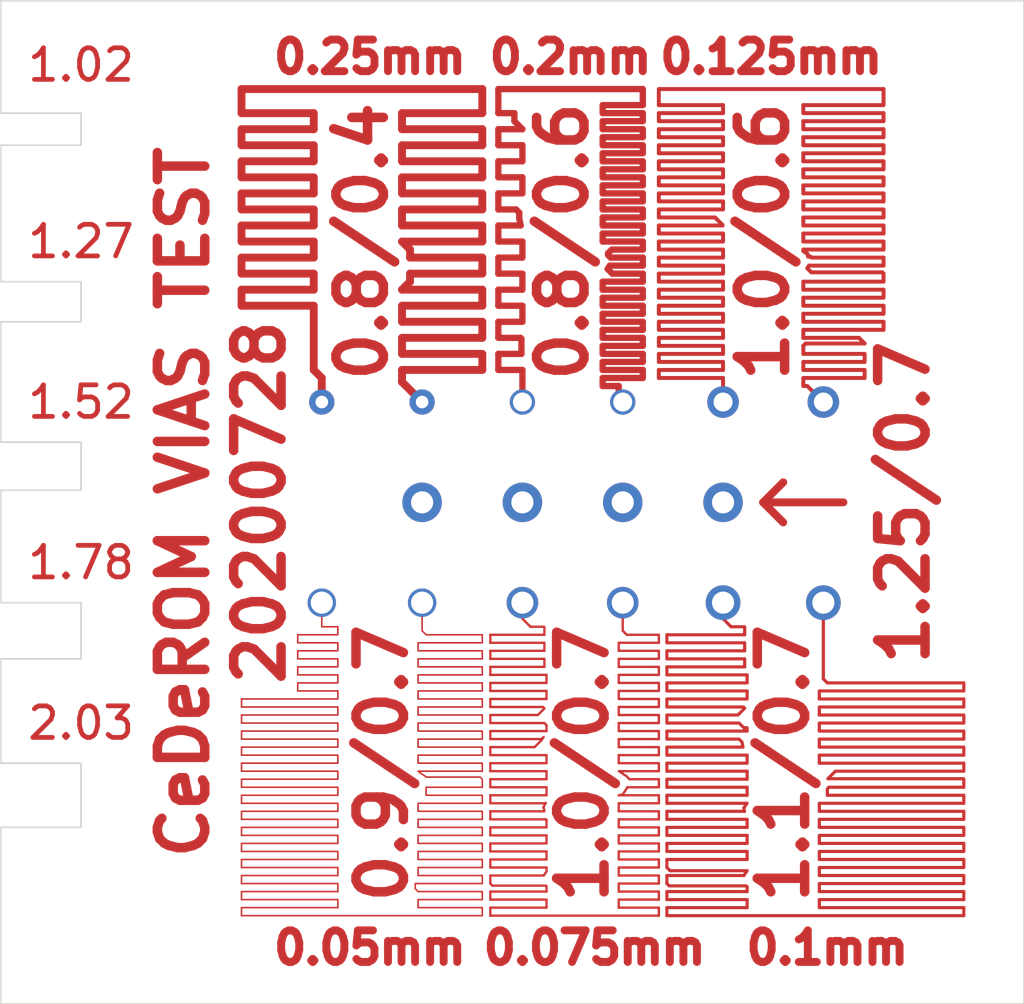
<source format=kicad_pcb>
(kicad_pcb (version 20171130) (host pcbnew 5.1.6)

  (general
    (thickness 1.6)
    (drawings 44)
    (tracks 820)
    (zones 0)
    (modules 0)
    (nets 1)
  )

  (page A4)
  (layers
    (0 F.Cu signal)
    (31 B.Cu signal)
    (32 B.Adhes user)
    (33 F.Adhes user)
    (34 B.Paste user)
    (35 F.Paste user)
    (36 B.SilkS user)
    (37 F.SilkS user)
    (38 B.Mask user)
    (39 F.Mask user)
    (40 Dwgs.User user)
    (41 Cmts.User user)
    (42 Eco1.User user)
    (43 Eco2.User user)
    (44 Edge.Cuts user)
    (45 Margin user)
    (46 B.CrtYd user)
    (47 F.CrtYd user)
    (48 B.Fab user)
    (49 F.Fab user)
  )

  (setup
    (last_trace_width 0.05)
    (user_trace_width 0.05)
    (user_trace_width 0.075)
    (user_trace_width 0.1)
    (user_trace_width 0.125)
    (user_trace_width 0.2)
    (trace_clearance 0.2)
    (zone_clearance 0.508)
    (zone_45_only no)
    (trace_min 0.01)
    (via_size 0.8)
    (via_drill 0.4)
    (via_min_size 0.4)
    (via_min_drill 0.3)
    (user_via 0.8 0.6)
    (user_via 0.9 0.7)
    (user_via 1 0.6)
    (user_via 1 0.7)
    (user_via 1.1 0.7)
    (user_via 1.25 0.7)
    (uvia_size 0.3)
    (uvia_drill 0.1)
    (uvias_allowed no)
    (uvia_min_size 0.2)
    (uvia_min_drill 0.1)
    (edge_width 0.05)
    (segment_width 0.2)
    (pcb_text_width 0.3)
    (pcb_text_size 1.5 1.5)
    (mod_edge_width 0.12)
    (mod_text_size 1 1)
    (mod_text_width 0.15)
    (pad_size 1.524 1.524)
    (pad_drill 0.762)
    (pad_to_mask_clearance 0.05)
    (aux_axis_origin 0 0)
    (visible_elements FFFFFF7F)
    (pcbplotparams
      (layerselection 0x010fc_ffffffff)
      (usegerberextensions false)
      (usegerberattributes true)
      (usegerberadvancedattributes true)
      (creategerberjobfile true)
      (excludeedgelayer true)
      (linewidth 0.100000)
      (plotframeref false)
      (viasonmask false)
      (mode 1)
      (useauxorigin false)
      (hpglpennumber 1)
      (hpglpenspeed 20)
      (hpglpendiameter 15.000000)
      (psnegative false)
      (psa4output false)
      (plotreference true)
      (plotvalue true)
      (plotinvisibletext false)
      (padsonsilk false)
      (subtractmaskfromsilk false)
      (outputformat 1)
      (mirror false)
      (drillshape 0)
      (scaleselection 1)
      (outputdirectory "out/20200728/"))
  )

  (net 0 "")

  (net_class Default "This is the default net class."
    (clearance 0.2)
    (trace_width 0.25)
    (via_dia 0.8)
    (via_drill 0.4)
    (uvia_dia 0.3)
    (uvia_drill 0.1)
  )

  (gr_text 2.03 (at 119.38 130.81) (layer F.Cu)
    (effects (font (size 1 1) (thickness 0.15)))
  )
  (gr_text 1.78 (at 119.38 125.73) (layer F.Cu)
    (effects (font (size 1 1) (thickness 0.15)))
  )
  (gr_text 1.52 (at 119.38 120.65) (layer F.Cu)
    (effects (font (size 1 1) (thickness 0.15)))
  )
  (gr_text 1.27 (at 119.38 115.57) (layer F.Cu)
    (effects (font (size 1 1) (thickness 0.15)))
  )
  (gr_text 1.02 (at 119.38 109.982) (layer F.Cu)
    (effects (font (size 1 1) (thickness 0.15)))
  )
  (gr_line (start 116.84 134.112) (end 116.84 139.7) (layer Edge.Cuts) (width 0.05) (tstamp 5F203E17))
  (gr_line (start 119.38 134.112) (end 116.84 134.112) (layer Edge.Cuts) (width 0.05))
  (gr_line (start 119.38 132.08) (end 119.38 134.112) (layer Edge.Cuts) (width 0.05))
  (gr_line (start 116.84 132.08) (end 119.38 132.08) (layer Edge.Cuts) (width 0.05))
  (gr_line (start 116.84 128.778) (end 116.84 132.08) (layer Edge.Cuts) (width 0.05))
  (gr_line (start 119.38 128.778) (end 116.84 128.778) (layer Edge.Cuts) (width 0.05))
  (gr_line (start 119.38 127) (end 119.38 128.778) (layer Edge.Cuts) (width 0.05))
  (gr_line (start 116.84 127) (end 119.38 127) (layer Edge.Cuts) (width 0.05))
  (gr_line (start 116.84 123.444) (end 116.84 127) (layer Edge.Cuts) (width 0.05))
  (gr_line (start 119.38 123.444) (end 116.84 123.444) (layer Edge.Cuts) (width 0.05))
  (gr_line (start 119.38 121.92) (end 119.38 123.444) (layer Edge.Cuts) (width 0.05))
  (gr_line (start 116.84 121.92) (end 119.38 121.92) (layer Edge.Cuts) (width 0.05))
  (gr_line (start 116.84 118.11) (end 116.84 121.92) (layer Edge.Cuts) (width 0.05))
  (gr_line (start 119.38 118.11) (end 116.84 118.11) (layer Edge.Cuts) (width 0.05))
  (gr_line (start 119.38 116.84) (end 119.38 118.11) (layer Edge.Cuts) (width 0.05))
  (gr_line (start 116.84 116.84) (end 119.38 116.84) (layer Edge.Cuts) (width 0.05))
  (gr_line (start 116.84 114.3) (end 116.84 116.84) (layer Edge.Cuts) (width 0.05))
  (gr_line (start 116.84 112.522) (end 116.84 114.3) (layer Edge.Cuts) (width 0.05))
  (gr_line (start 119.38 112.522) (end 116.84 112.522) (layer Edge.Cuts) (width 0.05))
  (gr_line (start 119.38 111.506) (end 119.38 112.522) (layer Edge.Cuts) (width 0.05))
  (gr_line (start 116.84 111.506) (end 119.38 111.506) (layer Edge.Cuts) (width 0.05))
  (gr_line (start 116.84 107.95) (end 116.84 111.506) (layer Edge.Cuts) (width 0.05))
  (gr_text 0.05mm (at 128.524 137.922) (layer F.Cu)
    (effects (font (size 1 1) (thickness 0.25)))
  )
  (gr_text 0.075mm (at 135.636 137.922) (layer F.Cu)
    (effects (font (size 1 1) (thickness 0.25)))
  )
  (gr_text 0.1mm (at 143.002 137.922) (layer F.Cu)
    (effects (font (size 1 1) (thickness 0.25)))
  )
  (gr_text 0.125mm (at 141.224 109.728) (layer F.Cu)
    (effects (font (size 1 1) (thickness 0.25)))
  )
  (gr_text 0.2mm (at 134.874 109.728) (layer F.Cu)
    (effects (font (size 1 1) (thickness 0.25)))
  )
  (gr_text 0.25mm (at 128.524 109.728) (layer F.Cu)
    (effects (font (size 1 1) (thickness 0.25)))
  )
  (gr_line (start 149.225 139.7) (end 116.84 139.7) (layer Edge.Cuts) (width 0.05))
  (gr_line (start 149.225 107.95) (end 149.225 139.7) (layer Edge.Cuts) (width 0.05))
  (gr_line (start 116.84 107.95) (end 149.225 107.95) (layer Edge.Cuts) (width 0.05))
  (gr_text "CeDeROM VIAS TEST\n20200728" (at 123.825 123.825 90) (layer F.Cu)
    (effects (font (size 1.5 1.5) (thickness 0.3)))
  )
  (gr_text 1.25/0.7 (at 145.415 123.825 90) (layer F.Cu)
    (effects (font (size 1.5 1.5) (thickness 0.3)))
  )
  (gr_text 1.1/0.7 (at 141.605 132.08 90) (layer F.Cu)
    (effects (font (size 1.5 1.5) (thickness 0.3)))
  )
  (gr_text 1.0/0.7 (at 135.255 132.08 90) (layer F.Cu)
    (effects (font (size 1.5 1.5) (thickness 0.3)))
  )
  (gr_text "0.9/0.7\n" (at 128.905 132.08 90) (layer F.Cu)
    (effects (font (size 1.5 1.5) (thickness 0.3)))
  )
  (gr_text 1.0/0.6 (at 140.97 115.57 90) (layer F.Cu)
    (effects (font (size 1.5 1.5) (thickness 0.3)))
  )
  (gr_text 0.8/0.6 (at 134.62 115.57 90) (layer F.Cu)
    (effects (font (size 1.5 1.5) (thickness 0.3)))
  )
  (gr_text 0.8/0.4 (at 128.27 115.57 90) (layer F.Cu)
    (effects (font (size 1.5 1.5) (thickness 0.3)))
  )

  (via (at 127 120.65) (size 0.8) (drill 0.4) (layers F.Cu B.Cu) (net 0))
  (via (at 130.175 120.65) (size 0.8) (drill 0.4) (layers F.Cu B.Cu) (net 0))
  (via (at 136.525 120.65) (size 0.8) (drill 0.6) (layers F.Cu B.Cu) (net 0))
  (via (at 133.35 120.65) (size 0.8) (drill 0.6) (layers F.Cu B.Cu) (net 0))
  (via (at 142.875 120.65) (size 1) (drill 0.6) (layers F.Cu B.Cu) (net 0))
  (via (at 130.175 127) (size 0.9) (drill 0.7) (layers F.Cu B.Cu) (net 0) (tstamp 5F20159E))
  (via (at 133.35 127) (size 1) (drill 0.7) (layers F.Cu B.Cu) (net 0))
  (via (at 136.525 127) (size 1) (drill 0.7) (layers F.Cu B.Cu) (net 0))
  (via (at 142.875 127) (size 1.1) (drill 0.7) (layers F.Cu B.Cu) (net 0))
  (via (at 139.7 123.825) (size 1.25) (drill 0.7) (layers F.Cu B.Cu) (net 0))
  (via (at 136.525 123.825) (size 1.25) (drill 0.7) (layers F.Cu B.Cu) (net 0))
  (via (at 130.175 123.825) (size 1.25) (drill 0.7) (layers F.Cu B.Cu) (net 0))
  (via (at 139.7 120.65) (size 1) (drill 0.6) (layers F.Cu B.Cu) (net 0) (tstamp 5F201552))
  (via (at 127 127) (size 0.9) (drill 0.7) (layers F.Cu B.Cu) (net 0) (tstamp 5F2015A3))
  (via (at 139.7 127) (size 1.1) (drill 0.7) (layers F.Cu B.Cu) (net 0) (tstamp 5F2015ED))
  (via (at 133.35 123.825) (size 1.25) (drill 0.7) (layers F.Cu B.Cu) (net 0) (tstamp 5F20160B))
  (segment (start 143.51 123.825) (end 140.97 123.825) (width 0.25) (layer F.Cu) (net 0))
  (segment (start 140.97 123.825) (end 141.605 124.46) (width 0.25) (layer F.Cu) (net 0))
  (segment (start 140.97 123.825) (end 141.605 123.19) (width 0.25) (layer F.Cu) (net 0))
  (segment (start 129.54 120.015) (end 130.175 120.65) (width 0.25) (layer F.Cu) (net 0))
  (segment (start 132.08 119.634) (end 129.54 119.634) (width 0.25) (layer F.Cu) (net 0))
  (segment (start 132.08 119.126) (end 132.08 119.634) (width 0.25) (layer F.Cu) (net 0))
  (segment (start 129.54 119.126) (end 132.08 119.126) (width 0.25) (layer F.Cu) (net 0))
  (segment (start 129.54 118.618) (end 129.54 119.126) (width 0.25) (layer F.Cu) (net 0))
  (segment (start 132.08 118.618) (end 129.54 118.618) (width 0.25) (layer F.Cu) (net 0))
  (segment (start 132.08 118.11) (end 132.08 118.618) (width 0.25) (layer F.Cu) (net 0))
  (segment (start 129.54 118.11) (end 132.08 118.11) (width 0.25) (layer F.Cu) (net 0))
  (segment (start 129.54 117.602) (end 129.54 118.11) (width 0.25) (layer F.Cu) (net 0))
  (segment (start 129.54 119.634) (end 129.54 120.015) (width 0.25) (layer F.Cu) (net 0))
  (segment (start 132.08 116.586) (end 129.794 116.586) (width 0.25) (layer F.Cu) (net 0))
  (segment (start 132.08 116.078) (end 132.08 116.586) (width 0.25) (layer F.Cu) (net 0))
  (segment (start 129.794 116.078) (end 132.08 116.078) (width 0.25) (layer F.Cu) (net 0))
  (segment (start 129.794 115.824) (end 129.794 116.078) (width 0.25) (layer F.Cu) (net 0))
  (segment (start 129.54 115.57) (end 129.794 115.824) (width 0.25) (layer F.Cu) (net 0))
  (segment (start 132.08 115.57) (end 129.54 115.57) (width 0.25) (layer F.Cu) (net 0))
  (segment (start 129.54 115.062) (end 132.08 115.062) (width 0.25) (layer F.Cu) (net 0))
  (segment (start 126.746 111.506) (end 124.46 111.506) (width 0.25) (layer F.Cu) (net 0))
  (segment (start 132.08 114.046) (end 132.08 114.554) (width 0.25) (layer F.Cu) (net 0))
  (segment (start 129.54 117.094) (end 132.08 117.094) (width 0.25) (layer F.Cu) (net 0))
  (segment (start 132.08 113.538) (end 129.54 113.538) (width 0.25) (layer F.Cu) (net 0))
  (segment (start 132.08 113.03) (end 132.08 113.538) (width 0.25) (layer F.Cu) (net 0))
  (segment (start 124.46 117.094) (end 126.746 117.094) (width 0.25) (layer F.Cu) (net 0))
  (segment (start 129.54 113.03) (end 132.08 113.03) (width 0.25) (layer F.Cu) (net 0))
  (segment (start 126.746 114.554) (end 124.46 114.554) (width 0.25) (layer F.Cu) (net 0))
  (segment (start 132.08 114.554) (end 129.54 114.554) (width 0.25) (layer F.Cu) (net 0))
  (segment (start 129.794 116.586) (end 129.794 116.84) (width 0.25) (layer F.Cu) (net 0))
  (segment (start 129.54 113.538) (end 129.54 114.046) (width 0.25) (layer F.Cu) (net 0))
  (segment (start 132.08 112.522) (end 129.54 112.522) (width 0.25) (layer F.Cu) (net 0))
  (segment (start 132.08 112.014) (end 132.08 112.522) (width 0.25) (layer F.Cu) (net 0))
  (segment (start 126.746 114.046) (end 126.746 113.538) (width 0.25) (layer F.Cu) (net 0))
  (segment (start 127 119.888) (end 126.746 119.634) (width 0.25) (layer F.Cu) (net 0))
  (segment (start 132.08 111.506) (end 129.54 111.506) (width 0.25) (layer F.Cu) (net 0))
  (segment (start 126.746 117.602) (end 124.46 117.602) (width 0.25) (layer F.Cu) (net 0))
  (segment (start 132.08 115.062) (end 132.08 115.57) (width 0.25) (layer F.Cu) (net 0))
  (segment (start 129.54 114.554) (end 129.54 115.062) (width 0.25) (layer F.Cu) (net 0))
  (segment (start 124.46 111.506) (end 124.46 110.744) (width 0.25) (layer F.Cu) (net 0))
  (segment (start 129.54 114.046) (end 132.08 114.046) (width 0.25) (layer F.Cu) (net 0))
  (segment (start 124.46 112.522) (end 124.46 112.014) (width 0.25) (layer F.Cu) (net 0))
  (segment (start 132.08 110.744) (end 132.08 111.506) (width 0.25) (layer F.Cu) (net 0))
  (segment (start 126.746 112.522) (end 124.46 112.522) (width 0.25) (layer F.Cu) (net 0))
  (segment (start 126.746 113.03) (end 126.746 112.522) (width 0.25) (layer F.Cu) (net 0))
  (segment (start 126.746 113.538) (end 124.46 113.538) (width 0.25) (layer F.Cu) (net 0))
  (segment (start 124.46 113.538) (end 124.46 113.03) (width 0.25) (layer F.Cu) (net 0))
  (segment (start 126.746 117.094) (end 126.746 116.586) (width 0.25) (layer F.Cu) (net 0))
  (segment (start 126.746 116.078) (end 126.746 115.57) (width 0.25) (layer F.Cu) (net 0))
  (segment (start 124.46 114.554) (end 124.46 114.046) (width 0.25) (layer F.Cu) (net 0))
  (segment (start 129.54 111.506) (end 129.54 112.014) (width 0.25) (layer F.Cu) (net 0))
  (segment (start 132.08 117.094) (end 132.08 117.602) (width 0.25) (layer F.Cu) (net 0))
  (segment (start 126.746 115.57) (end 124.46 115.57) (width 0.25) (layer F.Cu) (net 0))
  (segment (start 124.46 110.744) (end 132.08 110.744) (width 0.25) (layer F.Cu) (net 0))
  (segment (start 126.746 115.062) (end 126.746 114.554) (width 0.25) (layer F.Cu) (net 0))
  (segment (start 129.794 116.84) (end 129.54 117.094) (width 0.25) (layer F.Cu) (net 0))
  (segment (start 129.54 112.522) (end 129.54 113.03) (width 0.25) (layer F.Cu) (net 0))
  (segment (start 132.08 117.602) (end 129.54 117.602) (width 0.25) (layer F.Cu) (net 0))
  (segment (start 124.46 115.062) (end 126.746 115.062) (width 0.25) (layer F.Cu) (net 0))
  (segment (start 124.46 116.586) (end 124.46 116.078) (width 0.25) (layer F.Cu) (net 0))
  (segment (start 124.46 114.046) (end 126.746 114.046) (width 0.25) (layer F.Cu) (net 0))
  (segment (start 124.46 116.078) (end 126.746 116.078) (width 0.25) (layer F.Cu) (net 0))
  (segment (start 124.46 117.602) (end 124.46 117.094) (width 0.25) (layer F.Cu) (net 0))
  (segment (start 126.746 116.586) (end 124.46 116.586) (width 0.25) (layer F.Cu) (net 0))
  (segment (start 127 120.65) (end 127 119.888) (width 0.25) (layer F.Cu) (net 0))
  (segment (start 124.46 115.57) (end 124.46 115.062) (width 0.25) (layer F.Cu) (net 0))
  (segment (start 129.54 112.014) (end 132.08 112.014) (width 0.25) (layer F.Cu) (net 0))
  (segment (start 124.46 112.014) (end 126.746 112.014) (width 0.25) (layer F.Cu) (net 0))
  (segment (start 126.746 112.014) (end 126.746 111.506) (width 0.25) (layer F.Cu) (net 0))
  (segment (start 126.746 119.634) (end 126.746 117.602) (width 0.25) (layer F.Cu) (net 0))
  (segment (start 124.46 113.03) (end 126.746 113.03) (width 0.25) (layer F.Cu) (net 0))
  (segment (start 136.398 120.523) (end 136.525 120.65) (width 0.2) (layer F.Cu) (net 0))
  (segment (start 135.89 120.142) (end 136.398 120.142) (width 0.2) (layer F.Cu) (net 0))
  (segment (start 135.89 119.888) (end 135.89 120.142) (width 0.2) (layer F.Cu) (net 0))
  (segment (start 137.16 119.888) (end 135.89 119.888) (width 0.2) (layer F.Cu) (net 0))
  (segment (start 137.16 119.38) (end 135.89 119.38) (width 0.2) (layer F.Cu) (net 0))
  (segment (start 137.16 119.126) (end 137.16 119.38) (width 0.2) (layer F.Cu) (net 0))
  (segment (start 137.16 118.872) (end 135.89 118.872) (width 0.2) (layer F.Cu) (net 0))
  (segment (start 137.16 118.618) (end 137.16 118.872) (width 0.2) (layer F.Cu) (net 0))
  (segment (start 137.16 118.364) (end 135.89 118.364) (width 0.2) (layer F.Cu) (net 0))
  (segment (start 137.16 118.11) (end 137.16 118.364) (width 0.2) (layer F.Cu) (net 0))
  (segment (start 135.89 118.11) (end 137.16 118.11) (width 0.2) (layer F.Cu) (net 0))
  (segment (start 135.89 117.856) (end 135.89 118.11) (width 0.2) (layer F.Cu) (net 0))
  (segment (start 137.16 117.602) (end 137.16 117.856) (width 0.2) (layer F.Cu) (net 0))
  (segment (start 137.16 117.348) (end 135.89 117.348) (width 0.2) (layer F.Cu) (net 0))
  (segment (start 132.588 113.03) (end 133.35 113.03) (width 0.2) (layer F.Cu) (net 0))
  (segment (start 135.89 116.84) (end 135.89 117.094) (width 0.2) (layer F.Cu) (net 0))
  (segment (start 137.16 116.84) (end 135.89 116.84) (width 0.2) (layer F.Cu) (net 0))
  (segment (start 136.047243 116.436828) (end 136.196415 116.586) (width 0.2) (layer F.Cu) (net 0))
  (segment (start 133.288156 118.618) (end 132.588 118.618) (width 0.2) (layer F.Cu) (net 0))
  (segment (start 137.16 116.332) (end 136.117129 116.332) (width 0.2) (layer F.Cu) (net 0))
  (segment (start 136.117129 116.332) (end 136.047243 116.436828) (width 0.2) (layer F.Cu) (net 0))
  (segment (start 137.16 116.586) (end 137.16 116.84) (width 0.2) (layer F.Cu) (net 0))
  (segment (start 136.144 116.078) (end 137.16 116.078) (width 0.2) (layer F.Cu) (net 0))
  (segment (start 137.16 117.094) (end 137.16 117.348) (width 0.2) (layer F.Cu) (net 0))
  (segment (start 137.16 115.824) (end 136.178251 115.824) (width 0.2) (layer F.Cu) (net 0))
  (segment (start 137.16 115.57) (end 137.16 115.824) (width 0.2) (layer F.Cu) (net 0))
  (segment (start 135.89 115.57) (end 137.16 115.57) (width 0.2) (layer F.Cu) (net 0))
  (segment (start 135.89 115.316) (end 135.89 115.57) (width 0.2) (layer F.Cu) (net 0))
  (segment (start 135.89 114.554) (end 137.16 114.554) (width 0.2) (layer F.Cu) (net 0))
  (segment (start 135.89 117.348) (end 135.89 117.602) (width 0.2) (layer F.Cu) (net 0))
  (segment (start 137.16 114.554) (end 137.16 114.808) (width 0.2) (layer F.Cu) (net 0))
  (segment (start 133.35 112.522) (end 132.588 112.522) (width 0.2) (layer F.Cu) (net 0))
  (segment (start 135.89 114.3) (end 135.89 114.554) (width 0.2) (layer F.Cu) (net 0))
  (segment (start 135.89 113.792) (end 135.89 114.046) (width 0.2) (layer F.Cu) (net 0))
  (segment (start 135.89 117.602) (end 137.16 117.602) (width 0.2) (layer F.Cu) (net 0))
  (segment (start 136.178251 115.824) (end 136.060428 115.941823) (width 0.2) (layer F.Cu) (net 0))
  (segment (start 137.16 113.792) (end 135.89 113.792) (width 0.2) (layer F.Cu) (net 0))
  (segment (start 133.35 120.65) (end 133.35 119.634) (width 0.2) (layer F.Cu) (net 0))
  (segment (start 135.89 113.538) (end 137.16 113.538) (width 0.2) (layer F.Cu) (net 0))
  (segment (start 135.89 114.808) (end 135.89 115.062) (width 0.2) (layer F.Cu) (net 0))
  (segment (start 135.89 112.014) (end 137.16 112.014) (width 0.2) (layer F.Cu) (net 0))
  (segment (start 135.89 113.284) (end 135.89 113.538) (width 0.2) (layer F.Cu) (net 0))
  (segment (start 137.16 113.284) (end 135.89 113.284) (width 0.2) (layer F.Cu) (net 0))
  (segment (start 137.16 115.062) (end 137.16 115.316) (width 0.2) (layer F.Cu) (net 0))
  (segment (start 133.148632 114.554) (end 132.588 114.554) (width 0.2) (layer F.Cu) (net 0))
  (segment (start 137.16 113.03) (end 137.16 113.284) (width 0.2) (layer F.Cu) (net 0))
  (segment (start 135.89 112.776) (end 135.89 113.03) (width 0.2) (layer F.Cu) (net 0))
  (segment (start 137.16 112.776) (end 135.89 112.776) (width 0.2) (layer F.Cu) (net 0))
  (segment (start 136.398 120.142) (end 136.398 120.523) (width 0.2) (layer F.Cu) (net 0))
  (segment (start 137.16 112.522) (end 137.16 112.776) (width 0.2) (layer F.Cu) (net 0))
  (segment (start 135.89 112.522) (end 137.16 112.522) (width 0.2) (layer F.Cu) (net 0))
  (segment (start 135.89 112.268) (end 135.89 112.522) (width 0.2) (layer F.Cu) (net 0))
  (segment (start 137.16 119.634) (end 137.16 119.888) (width 0.2) (layer F.Cu) (net 0))
  (segment (start 132.588 111.506) (end 132.588 110.744) (width 0.2) (layer F.Cu) (net 0))
  (segment (start 137.16 116.078) (end 137.16 116.332) (width 0.2) (layer F.Cu) (net 0))
  (segment (start 135.89 113.03) (end 137.16 113.03) (width 0.2) (layer F.Cu) (net 0))
  (segment (start 137.16 112.268) (end 135.89 112.268) (width 0.2) (layer F.Cu) (net 0))
  (segment (start 135.89 111.76) (end 135.89 112.014) (width 0.2) (layer F.Cu) (net 0))
  (segment (start 137.16 111.76) (end 135.89 111.76) (width 0.2) (layer F.Cu) (net 0))
  (segment (start 135.89 118.618) (end 137.16 118.618) (width 0.2) (layer F.Cu) (net 0))
  (segment (start 132.588 114.046) (end 133.348561 114.046) (width 0.2) (layer F.Cu) (net 0))
  (segment (start 137.16 111.252) (end 135.89 111.252) (width 0.2) (layer F.Cu) (net 0))
  (segment (start 133.35 115.57) (end 132.588 115.57) (width 0.2) (layer F.Cu) (net 0))
  (segment (start 137.16 110.744) (end 137.16 111.252) (width 0.2) (layer F.Cu) (net 0))
  (segment (start 132.588 110.744) (end 137.16 110.744) (width 0.2) (layer F.Cu) (net 0))
  (segment (start 133.348561 116.587439) (end 133.347122 116.586) (width 0.2) (layer F.Cu) (net 0))
  (segment (start 132.588 112.014) (end 133.35 112.014) (width 0.2) (layer F.Cu) (net 0))
  (segment (start 136.196415 116.586) (end 137.16 116.586) (width 0.2) (layer F.Cu) (net 0))
  (segment (start 133.35 113.03) (end 133.35 112.522) (width 0.2) (layer F.Cu) (net 0))
  (segment (start 136.060428 115.941823) (end 136.060428 115.994428) (width 0.2) (layer F.Cu) (net 0))
  (segment (start 137.16 111.506) (end 137.16 111.76) (width 0.2) (layer F.Cu) (net 0))
  (segment (start 135.89 111.506) (end 137.16 111.506) (width 0.2) (layer F.Cu) (net 0))
  (segment (start 133.348561 113.539439) (end 133.347122 113.538) (width 0.2) (layer F.Cu) (net 0))
  (segment (start 132.588 118.618) (end 132.588 118.11) (width 0.2) (layer F.Cu) (net 0))
  (segment (start 132.588 114.554) (end 132.588 114.046) (width 0.2) (layer F.Cu) (net 0))
  (segment (start 133.096 111.506) (end 132.588 111.506) (width 0.2) (layer F.Cu) (net 0))
  (segment (start 135.89 111.252) (end 135.89 111.506) (width 0.2) (layer F.Cu) (net 0))
  (segment (start 133.249316 114.832616) (end 133.249316 114.654684) (width 0.2) (layer F.Cu) (net 0))
  (segment (start 137.16 113.538) (end 137.16 113.792) (width 0.2) (layer F.Cu) (net 0))
  (segment (start 133.35 112.014) (end 133.096 111.76) (width 0.2) (layer F.Cu) (net 0))
  (segment (start 137.16 115.316) (end 135.89 115.316) (width 0.2) (layer F.Cu) (net 0))
  (segment (start 135.89 118.364) (end 135.89 118.618) (width 0.2) (layer F.Cu) (net 0))
  (segment (start 133.096 111.76) (end 133.096 111.506) (width 0.2) (layer F.Cu) (net 0))
  (segment (start 133.347122 113.538) (end 132.588 113.538) (width 0.2) (layer F.Cu) (net 0))
  (segment (start 132.588 116.078) (end 133.35 116.078) (width 0.2) (layer F.Cu) (net 0))
  (segment (start 133.348561 114.046) (end 133.348561 113.539439) (width 0.2) (layer F.Cu) (net 0))
  (segment (start 132.588 115.57) (end 132.588 115.062) (width 0.2) (layer F.Cu) (net 0))
  (segment (start 135.89 119.38) (end 135.89 119.634) (width 0.2) (layer F.Cu) (net 0))
  (segment (start 135.89 117.094) (end 137.16 117.094) (width 0.2) (layer F.Cu) (net 0))
  (segment (start 135.89 119.126) (end 137.16 119.126) (width 0.2) (layer F.Cu) (net 0))
  (segment (start 133.295193 115.062) (end 133.249316 114.832616) (width 0.2) (layer F.Cu) (net 0))
  (segment (start 137.16 114.808) (end 135.89 114.808) (width 0.2) (layer F.Cu) (net 0))
  (segment (start 133.348561 117.094) (end 133.348561 116.587439) (width 0.2) (layer F.Cu) (net 0))
  (segment (start 132.588 112.522) (end 132.588 112.014) (width 0.2) (layer F.Cu) (net 0))
  (segment (start 132.588 117.094) (end 133.348561 117.094) (width 0.2) (layer F.Cu) (net 0))
  (segment (start 135.89 115.062) (end 137.16 115.062) (width 0.2) (layer F.Cu) (net 0))
  (segment (start 133.347122 116.586) (end 132.588 116.586) (width 0.2) (layer F.Cu) (net 0))
  (segment (start 132.588 118.11) (end 133.35 118.11) (width 0.2) (layer F.Cu) (net 0))
  (segment (start 137.16 114.046) (end 137.16 114.3) (width 0.2) (layer F.Cu) (net 0))
  (segment (start 135.89 118.872) (end 135.89 119.126) (width 0.2) (layer F.Cu) (net 0))
  (segment (start 135.89 114.046) (end 137.16 114.046) (width 0.2) (layer F.Cu) (net 0))
  (segment (start 132.588 115.062) (end 133.295193 115.062) (width 0.2) (layer F.Cu) (net 0))
  (segment (start 133.35 117.602) (end 132.588 117.602) (width 0.2) (layer F.Cu) (net 0))
  (segment (start 136.060428 115.994428) (end 136.144 116.078) (width 0.2) (layer F.Cu) (net 0))
  (segment (start 133.35 116.078) (end 133.35 115.57) (width 0.2) (layer F.Cu) (net 0))
  (segment (start 132.588 117.602) (end 132.588 117.094) (width 0.2) (layer F.Cu) (net 0))
  (segment (start 133.35 119.634) (end 132.588 119.634) (width 0.2) (layer F.Cu) (net 0))
  (segment (start 132.588 119.634) (end 132.588 119.126) (width 0.2) (layer F.Cu) (net 0))
  (segment (start 137.16 117.856) (end 135.89 117.856) (width 0.2) (layer F.Cu) (net 0))
  (segment (start 133.35 118.11) (end 133.35 117.602) (width 0.2) (layer F.Cu) (net 0))
  (segment (start 133.319078 118.648922) (end 133.288156 118.618) (width 0.2) (layer F.Cu) (net 0))
  (segment (start 132.588 113.538) (end 132.588 113.03) (width 0.2) (layer F.Cu) (net 0))
  (segment (start 133.249316 114.654684) (end 133.148632 114.554) (width 0.2) (layer F.Cu) (net 0))
  (segment (start 137.16 112.014) (end 137.16 112.268) (width 0.2) (layer F.Cu) (net 0))
  (segment (start 132.588 116.586) (end 132.588 116.078) (width 0.2) (layer F.Cu) (net 0))
  (segment (start 133.319078 119.126) (end 133.319078 118.648922) (width 0.2) (layer F.Cu) (net 0))
  (segment (start 137.16 114.3) (end 135.89 114.3) (width 0.2) (layer F.Cu) (net 0))
  (segment (start 135.89 119.634) (end 137.16 119.634) (width 0.2) (layer F.Cu) (net 0))
  (segment (start 132.588 119.126) (end 133.319078 119.126) (width 0.2) (layer F.Cu) (net 0))
  (segment (start 142.367 120.142) (end 142.875 120.65) (width 0.125) (layer F.Cu) (net 0))
  (segment (start 142.24 119.888) (end 142.24 120.142) (width 0.125) (layer F.Cu) (net 0))
  (segment (start 144.181061 119.888) (end 142.24 119.888) (width 0.125) (layer F.Cu) (net 0))
  (segment (start 144.181061 119.634) (end 144.181061 119.888) (width 0.125) (layer F.Cu) (net 0))
  (segment (start 142.24 119.634) (end 144.181061 119.634) (width 0.125) (layer F.Cu) (net 0))
  (segment (start 144.181061 119.38) (end 142.24 119.38) (width 0.125) (layer F.Cu) (net 0))
  (segment (start 142.24 119.126) (end 144.181061 119.126) (width 0.125) (layer F.Cu) (net 0))
  (segment (start 142.31501 118.79699) (end 142.24 118.872) (width 0.125) (layer F.Cu) (net 0))
  (segment (start 144.181061 118.79699) (end 142.31501 118.79699) (width 0.125) (layer F.Cu) (net 0))
  (segment (start 142.24 118.618) (end 144.002071 118.618) (width 0.125) (layer F.Cu) (net 0))
  (segment (start 142.24 118.364) (end 142.24 118.618) (width 0.125) (layer F.Cu) (net 0))
  (segment (start 144.78 118.11) (end 144.78 118.364) (width 0.125) (layer F.Cu) (net 0))
  (segment (start 142.24 118.11) (end 144.78 118.11) (width 0.125) (layer F.Cu) (net 0))
  (segment (start 142.24 117.856) (end 142.24 118.11) (width 0.125) (layer F.Cu) (net 0))
  (segment (start 142.24 117.348) (end 142.24 117.602) (width 0.125) (layer F.Cu) (net 0))
  (segment (start 142.24 117.094) (end 144.78 117.094) (width 0.125) (layer F.Cu) (net 0))
  (segment (start 142.24 116.84) (end 142.24 117.094) (width 0.125) (layer F.Cu) (net 0))
  (segment (start 144.78 116.586) (end 144.78 116.84) (width 0.125) (layer F.Cu) (net 0))
  (segment (start 142.422061 116.332) (end 142.366042 116.416027) (width 0.125) (layer F.Cu) (net 0))
  (segment (start 142.494 116.078) (end 144.78 116.078) (width 0.125) (layer F.Cu) (net 0))
  (segment (start 142.24 119.38) (end 142.24 119.634) (width 0.125) (layer F.Cu) (net 0))
  (segment (start 142.463342 116.047342) (end 142.494 116.078) (width 0.125) (layer F.Cu) (net 0))
  (segment (start 142.393289 116.047342) (end 142.463342 116.047342) (width 0.125) (layer F.Cu) (net 0))
  (segment (start 142.24 115.873272) (end 142.376702 115.964407) (width 0.125) (layer F.Cu) (net 0))
  (segment (start 142.24 115.824) (end 142.24 115.873272) (width 0.125) (layer F.Cu) (net 0))
  (segment (start 144.78 115.824) (end 142.24 115.824) (width 0.125) (layer F.Cu) (net 0))
  (segment (start 142.24 115.316) (end 142.24 115.57) (width 0.125) (layer F.Cu) (net 0))
  (segment (start 144.78 115.062) (end 144.78 115.316) (width 0.125) (layer F.Cu) (net 0))
  (segment (start 144.78 114.554) (end 144.78 114.808) (width 0.125) (layer F.Cu) (net 0))
  (segment (start 142.24 114.554) (end 144.78 114.554) (width 0.125) (layer F.Cu) (net 0))
  (segment (start 142.24 114.3) (end 142.24 114.554) (width 0.125) (layer F.Cu) (net 0))
  (segment (start 144.78 114.3) (end 142.24 114.3) (width 0.125) (layer F.Cu) (net 0))
  (segment (start 142.24 111.252) (end 142.24 111.506) (width 0.125) (layer F.Cu) (net 0))
  (segment (start 137.668 111.252) (end 137.668 110.744) (width 0.125) (layer F.Cu) (net 0))
  (segment (start 142.24 114.046) (end 144.78 114.046) (width 0.125) (layer F.Cu) (net 0))
  (segment (start 144.78 113.792) (end 142.24 113.792) (width 0.125) (layer F.Cu) (net 0))
  (segment (start 142.24 113.538) (end 144.78 113.538) (width 0.125) (layer F.Cu) (net 0))
  (segment (start 142.24 112.776) (end 142.24 113.03) (width 0.125) (layer F.Cu) (net 0))
  (segment (start 144.78 112.014) (end 144.78 112.268) (width 0.125) (layer F.Cu) (net 0))
  (segment (start 142.24 111.76) (end 142.24 112.014) (width 0.125) (layer F.Cu) (net 0))
  (segment (start 144.78 113.284) (end 142.24 113.284) (width 0.125) (layer F.Cu) (net 0))
  (segment (start 144.78 118.364) (end 142.24 118.364) (width 0.125) (layer F.Cu) (net 0))
  (segment (start 144.737985 116.543985) (end 144.78 116.586) (width 0.125) (layer F.Cu) (net 0))
  (segment (start 137.668 119.888) (end 137.668 119.634) (width 0.125) (layer F.Cu) (net 0))
  (segment (start 144.78 111.506) (end 144.78 111.76) (width 0.125) (layer F.Cu) (net 0))
  (segment (start 137.668 110.744) (end 144.78 110.744) (width 0.125) (layer F.Cu) (net 0))
  (segment (start 144.78 113.538) (end 144.78 113.792) (width 0.125) (layer F.Cu) (net 0))
  (segment (start 139.7 111.76) (end 137.668 111.76) (width 0.125) (layer F.Cu) (net 0))
  (segment (start 139.7 118.364) (end 137.668 118.364) (width 0.125) (layer F.Cu) (net 0))
  (segment (start 144.78 112.268) (end 142.24 112.268) (width 0.125) (layer F.Cu) (net 0))
  (segment (start 144.78 110.744) (end 144.78 111.252) (width 0.125) (layer F.Cu) (net 0))
  (segment (start 144.78 114.808) (end 142.24 114.808) (width 0.125) (layer F.Cu) (net 0))
  (segment (start 139.7 116.332) (end 137.668 116.332) (width 0.125) (layer F.Cu) (net 0))
  (segment (start 137.668 111.76) (end 137.668 111.506) (width 0.125) (layer F.Cu) (net 0))
  (segment (start 137.668 112.014) (end 139.7 112.014) (width 0.125) (layer F.Cu) (net 0))
  (segment (start 137.668 112.268) (end 137.668 112.014) (width 0.125) (layer F.Cu) (net 0))
  (segment (start 142.24 114.808) (end 142.24 115.062) (width 0.125) (layer F.Cu) (net 0))
  (segment (start 137.668 114.046) (end 139.7 114.046) (width 0.125) (layer F.Cu) (net 0))
  (segment (start 142.24 113.284) (end 142.24 113.538) (width 0.125) (layer F.Cu) (net 0))
  (segment (start 142.24 111.506) (end 144.78 111.506) (width 0.125) (layer F.Cu) (net 0))
  (segment (start 139.7 112.268) (end 137.668 112.268) (width 0.125) (layer F.Cu) (net 0))
  (segment (start 139.7 111.252) (end 137.668 111.252) (width 0.125) (layer F.Cu) (net 0))
  (segment (start 137.668 113.03) (end 139.7 113.03) (width 0.125) (layer F.Cu) (net 0))
  (segment (start 139.7 112.776) (end 137.668 112.776) (width 0.125) (layer F.Cu) (net 0))
  (segment (start 139.7 113.03) (end 139.7 112.776) (width 0.125) (layer F.Cu) (net 0))
  (segment (start 144.78 115.57) (end 144.78 115.824) (width 0.125) (layer F.Cu) (net 0))
  (segment (start 142.24 112.268) (end 142.24 112.522) (width 0.125) (layer F.Cu) (net 0))
  (segment (start 137.668 113.284) (end 137.668 113.03) (width 0.125) (layer F.Cu) (net 0))
  (segment (start 139.7 113.284) (end 137.668 113.284) (width 0.125) (layer F.Cu) (net 0))
  (segment (start 137.668 113.792) (end 137.668 113.538) (width 0.125) (layer F.Cu) (net 0))
  (segment (start 139.7 113.792) (end 137.668 113.792) (width 0.125) (layer F.Cu) (net 0))
  (segment (start 139.7 114.046) (end 139.7 113.792) (width 0.125) (layer F.Cu) (net 0))
  (segment (start 137.668 114.3) (end 137.668 114.046) (width 0.125) (layer F.Cu) (net 0))
  (segment (start 139.7 114.554) (end 139.7 114.3) (width 0.125) (layer F.Cu) (net 0))
  (segment (start 142.24 115.57) (end 144.78 115.57) (width 0.125) (layer F.Cu) (net 0))
  (segment (start 144.78 115.316) (end 142.24 115.316) (width 0.125) (layer F.Cu) (net 0))
  (segment (start 137.668 118.11) (end 139.7 118.11) (width 0.125) (layer F.Cu) (net 0))
  (segment (start 137.668 114.808) (end 137.668 114.554) (width 0.125) (layer F.Cu) (net 0))
  (segment (start 139.7 117.348) (end 137.668 117.348) (width 0.125) (layer F.Cu) (net 0))
  (segment (start 139.7 113.538) (end 139.7 113.284) (width 0.125) (layer F.Cu) (net 0))
  (segment (start 142.366042 116.416027) (end 142.494 116.543985) (width 0.125) (layer F.Cu) (net 0))
  (segment (start 144.78 114.046) (end 144.78 114.3) (width 0.125) (layer F.Cu) (net 0))
  (segment (start 137.668 114.554) (end 139.7 114.554) (width 0.125) (layer F.Cu) (net 0))
  (segment (start 139.446 114.808) (end 137.668 114.808) (width 0.125) (layer F.Cu) (net 0))
  (segment (start 137.668 115.316) (end 137.668 115.062) (width 0.125) (layer F.Cu) (net 0))
  (segment (start 142.24 113.792) (end 142.24 114.046) (width 0.125) (layer F.Cu) (net 0))
  (segment (start 137.668 116.078) (end 139.7 116.078) (width 0.125) (layer F.Cu) (net 0))
  (segment (start 144.78 116.84) (end 142.24 116.84) (width 0.125) (layer F.Cu) (net 0))
  (segment (start 137.668 117.094) (end 139.7 117.094) (width 0.125) (layer F.Cu) (net 0))
  (segment (start 139.7 115.316) (end 137.668 115.316) (width 0.125) (layer F.Cu) (net 0))
  (segment (start 137.668 117.602) (end 139.7 117.602) (width 0.125) (layer F.Cu) (net 0))
  (segment (start 139.7 115.57) (end 139.7 115.316) (width 0.125) (layer F.Cu) (net 0))
  (segment (start 139.7 119.888) (end 137.668 119.888) (width 0.125) (layer F.Cu) (net 0))
  (segment (start 137.668 115.57) (end 139.7 115.57) (width 0.125) (layer F.Cu) (net 0))
  (segment (start 144.78 111.252) (end 142.24 111.252) (width 0.125) (layer F.Cu) (net 0))
  (segment (start 137.668 115.824) (end 137.668 115.57) (width 0.125) (layer F.Cu) (net 0))
  (segment (start 137.668 116.332) (end 137.668 116.078) (width 0.125) (layer F.Cu) (net 0))
  (segment (start 137.668 111.506) (end 139.7 111.506) (width 0.125) (layer F.Cu) (net 0))
  (segment (start 144.78 117.856) (end 142.24 117.856) (width 0.125) (layer F.Cu) (net 0))
  (segment (start 139.7 115.824) (end 137.668 115.824) (width 0.125) (layer F.Cu) (net 0))
  (segment (start 139.7 114.3) (end 137.668 114.3) (width 0.125) (layer F.Cu) (net 0))
  (segment (start 139.7 117.094) (end 139.7 116.84) (width 0.125) (layer F.Cu) (net 0))
  (segment (start 144.78 112.522) (end 144.78 112.776) (width 0.125) (layer F.Cu) (net 0))
  (segment (start 137.668 112.522) (end 139.7 112.522) (width 0.125) (layer F.Cu) (net 0))
  (segment (start 142.24 118.872) (end 142.24 119.126) (width 0.125) (layer F.Cu) (net 0))
  (segment (start 139.683436 115.062) (end 139.679295 115.041295) (width 0.125) (layer F.Cu) (net 0))
  (segment (start 142.24 112.522) (end 144.78 112.522) (width 0.125) (layer F.Cu) (net 0))
  (segment (start 144.002071 118.618) (end 144.181061 118.79699) (width 0.125) (layer F.Cu) (net 0))
  (segment (start 137.668 113.538) (end 139.7 113.538) (width 0.125) (layer F.Cu) (net 0))
  (segment (start 139.7 116.586) (end 139.7 116.332) (width 0.125) (layer F.Cu) (net 0))
  (segment (start 144.78 116.078) (end 144.78 116.332) (width 0.125) (layer F.Cu) (net 0))
  (segment (start 142.376702 115.964407) (end 142.393289 116.047342) (width 0.125) (layer F.Cu) (net 0))
  (segment (start 139.7 120.65) (end 139.7 119.888) (width 0.125) (layer F.Cu) (net 0))
  (segment (start 137.668 116.84) (end 137.668 116.586) (width 0.125) (layer F.Cu) (net 0))
  (segment (start 139.7 116.84) (end 137.668 116.84) (width 0.125) (layer F.Cu) (net 0))
  (segment (start 144.78 117.602) (end 144.78 117.856) (width 0.125) (layer F.Cu) (net 0))
  (segment (start 139.7 117.602) (end 139.7 117.348) (width 0.125) (layer F.Cu) (net 0))
  (segment (start 137.668 118.364) (end 137.668 118.11) (width 0.125) (layer F.Cu) (net 0))
  (segment (start 142.24 120.142) (end 142.367 120.142) (width 0.125) (layer F.Cu) (net 0))
  (segment (start 137.668 117.348) (end 137.668 117.094) (width 0.125) (layer F.Cu) (net 0))
  (segment (start 137.668 119.634) (end 139.7 119.634) (width 0.125) (layer F.Cu) (net 0))
  (segment (start 137.668 119.126) (end 139.7 119.126) (width 0.125) (layer F.Cu) (net 0))
  (segment (start 137.668 119.38) (end 137.668 119.126) (width 0.125) (layer F.Cu) (net 0))
  (segment (start 144.78 113.03) (end 144.78 113.284) (width 0.125) (layer F.Cu) (net 0))
  (segment (start 142.24 117.602) (end 144.78 117.602) (width 0.125) (layer F.Cu) (net 0))
  (segment (start 144.78 112.776) (end 142.24 112.776) (width 0.125) (layer F.Cu) (net 0))
  (segment (start 139.7 119.634) (end 139.7 119.38) (width 0.125) (layer F.Cu) (net 0))
  (segment (start 139.7 112.522) (end 139.7 112.268) (width 0.125) (layer F.Cu) (net 0))
  (segment (start 139.7 112.014) (end 139.7 111.76) (width 0.125) (layer F.Cu) (net 0))
  (segment (start 139.7 118.872) (end 137.668 118.872) (width 0.125) (layer F.Cu) (net 0))
  (segment (start 142.494 116.543985) (end 144.737985 116.543985) (width 0.125) (layer F.Cu) (net 0))
  (segment (start 139.7 117.856) (end 137.668 117.856) (width 0.125) (layer F.Cu) (net 0))
  (segment (start 144.181061 119.126) (end 144.181061 119.38) (width 0.125) (layer F.Cu) (net 0))
  (segment (start 142.24 113.03) (end 144.78 113.03) (width 0.125) (layer F.Cu) (net 0))
  (segment (start 144.78 117.348) (end 142.24 117.348) (width 0.125) (layer F.Cu) (net 0))
  (segment (start 137.668 117.856) (end 137.668 117.602) (width 0.125) (layer F.Cu) (net 0))
  (segment (start 139.7 118.11) (end 139.7 117.856) (width 0.125) (layer F.Cu) (net 0))
  (segment (start 137.668 115.062) (end 139.683436 115.062) (width 0.125) (layer F.Cu) (net 0))
  (segment (start 139.7 119.126) (end 139.7 118.872) (width 0.125) (layer F.Cu) (net 0))
  (segment (start 139.7 116.078) (end 139.7 115.824) (width 0.125) (layer F.Cu) (net 0))
  (segment (start 144.78 116.332) (end 142.422061 116.332) (width 0.125) (layer F.Cu) (net 0))
  (segment (start 139.7 118.618) (end 139.7 118.364) (width 0.125) (layer F.Cu) (net 0))
  (segment (start 137.668 118.618) (end 139.7 118.618) (width 0.125) (layer F.Cu) (net 0))
  (segment (start 137.668 118.872) (end 137.668 118.618) (width 0.125) (layer F.Cu) (net 0))
  (segment (start 139.679295 115.041295) (end 139.446 114.808) (width 0.125) (layer F.Cu) (net 0))
  (segment (start 142.24 112.014) (end 144.78 112.014) (width 0.125) (layer F.Cu) (net 0))
  (segment (start 139.7 119.38) (end 137.668 119.38) (width 0.125) (layer F.Cu) (net 0))
  (segment (start 144.78 117.094) (end 144.78 117.348) (width 0.125) (layer F.Cu) (net 0))
  (segment (start 144.78 111.76) (end 142.24 111.76) (width 0.125) (layer F.Cu) (net 0))
  (segment (start 142.24 115.062) (end 144.78 115.062) (width 0.125) (layer F.Cu) (net 0))
  (segment (start 139.7 111.506) (end 139.7 111.252) (width 0.125) (layer F.Cu) (net 0))
  (segment (start 137.668 112.776) (end 137.668 112.522) (width 0.125) (layer F.Cu) (net 0))
  (segment (start 137.668 116.586) (end 139.7 116.586) (width 0.125) (layer F.Cu) (net 0))
  (segment (start 142.875 127) (end 142.875 129.413) (width 0.1) (layer F.Cu) (net 0))
  (segment (start 142.875 129.413) (end 143.002 129.54) (width 0.1) (layer F.Cu) (net 0))
  (segment (start 143.002 129.54) (end 147.32 129.54) (width 0.1) (layer F.Cu) (net 0))
  (segment (start 147.32 129.54) (end 147.32 129.794) (width 0.1) (layer F.Cu) (net 0))
  (segment (start 147.32 129.794) (end 142.748 129.794) (width 0.1) (layer F.Cu) (net 0))
  (segment (start 142.748 129.794) (end 142.748 130.048) (width 0.1) (layer F.Cu) (net 0))
  (segment (start 142.748 130.048) (end 147.32 130.048) (width 0.1) (layer F.Cu) (net 0))
  (segment (start 147.32 130.048) (end 147.32 130.302) (width 0.1) (layer F.Cu) (net 0))
  (segment (start 147.32 130.302) (end 142.748 130.302) (width 0.1) (layer F.Cu) (net 0))
  (segment (start 142.748 130.302) (end 142.748 130.556) (width 0.1) (layer F.Cu) (net 0))
  (segment (start 142.748 130.556) (end 147.32 130.556) (width 0.1) (layer F.Cu) (net 0))
  (segment (start 147.32 130.556) (end 147.32 130.81) (width 0.1) (layer F.Cu) (net 0))
  (segment (start 147.32 130.81) (end 142.748 130.81) (width 0.1) (layer F.Cu) (net 0))
  (segment (start 142.748 130.81) (end 142.748 131.064) (width 0.1) (layer F.Cu) (net 0))
  (segment (start 142.748 131.064) (end 147.32 131.064) (width 0.1) (layer F.Cu) (net 0))
  (segment (start 147.32 131.064) (end 147.32 131.318) (width 0.1) (layer F.Cu) (net 0))
  (segment (start 147.32 131.318) (end 142.748 131.318) (width 0.1) (layer F.Cu) (net 0))
  (segment (start 142.748 131.318) (end 142.748 131.572) (width 0.1) (layer F.Cu) (net 0))
  (segment (start 142.748 131.572) (end 147.32 131.572) (width 0.1) (layer F.Cu) (net 0))
  (segment (start 147.32 131.572) (end 147.32 131.826) (width 0.1) (layer F.Cu) (net 0))
  (segment (start 147.32 131.826) (end 142.748 131.826) (width 0.1) (layer F.Cu) (net 0))
  (segment (start 142.748 131.826) (end 142.748 132.08) (width 0.1) (layer F.Cu) (net 0))
  (segment (start 142.748 132.08) (end 147.32 132.08) (width 0.1) (layer F.Cu) (net 0))
  (segment (start 147.32 132.08) (end 147.32 132.334) (width 0.1) (layer F.Cu) (net 0))
  (segment (start 143.256 132.334) (end 143.018394 132.571606) (width 0.1) (layer F.Cu) (net 0))
  (segment (start 147.32 132.334) (end 143.256 132.334) (width 0.1) (layer F.Cu) (net 0))
  (segment (start 143.018394 132.571606) (end 147.303606 132.571606) (width 0.1) (layer F.Cu) (net 0))
  (segment (start 147.303606 132.571606) (end 147.32 132.588) (width 0.1) (layer F.Cu) (net 0))
  (segment (start 147.32 132.588) (end 147.32 132.842) (width 0.1) (layer F.Cu) (net 0))
  (segment (start 147.32 132.842) (end 143.042037 132.842) (width 0.1) (layer F.Cu) (net 0))
  (segment (start 143.042037 132.842) (end 143.002 132.902054) (width 0.1) (layer F.Cu) (net 0))
  (segment (start 143.002 132.902054) (end 143.002 133.096) (width 0.1) (layer F.Cu) (net 0))
  (segment (start 143.002 133.096) (end 147.32 133.096) (width 0.1) (layer F.Cu) (net 0))
  (segment (start 147.32 133.096) (end 147.32 133.35) (width 0.1) (layer F.Cu) (net 0))
  (segment (start 147.32 133.35) (end 142.748 133.35) (width 0.1) (layer F.Cu) (net 0))
  (segment (start 142.748 133.35) (end 142.748 133.604) (width 0.1) (layer F.Cu) (net 0))
  (segment (start 142.748 133.604) (end 147.32 133.604) (width 0.1) (layer F.Cu) (net 0))
  (segment (start 147.32 133.604) (end 147.32 133.858) (width 0.1) (layer F.Cu) (net 0))
  (segment (start 147.32 133.858) (end 142.748 133.858) (width 0.1) (layer F.Cu) (net 0))
  (segment (start 142.748 133.858) (end 142.748 134.112) (width 0.1) (layer F.Cu) (net 0))
  (segment (start 142.748 134.112) (end 147.32 134.112) (width 0.1) (layer F.Cu) (net 0))
  (segment (start 147.32 134.112) (end 147.32 134.366) (width 0.1) (layer F.Cu) (net 0))
  (segment (start 147.32 134.366) (end 142.748 134.366) (width 0.1) (layer F.Cu) (net 0))
  (segment (start 142.748 134.366) (end 142.748 134.62) (width 0.1) (layer F.Cu) (net 0))
  (segment (start 142.748 134.62) (end 147.32 134.62) (width 0.1) (layer F.Cu) (net 0))
  (segment (start 147.32 134.62) (end 147.32 134.874) (width 0.1) (layer F.Cu) (net 0))
  (segment (start 147.32 134.874) (end 142.748 134.874) (width 0.1) (layer F.Cu) (net 0))
  (segment (start 142.748 134.874) (end 142.748 135.128) (width 0.1) (layer F.Cu) (net 0))
  (segment (start 142.748 135.128) (end 147.32 135.128) (width 0.1) (layer F.Cu) (net 0))
  (segment (start 147.32 135.128) (end 147.32 135.382) (width 0.1) (layer F.Cu) (net 0))
  (segment (start 147.32 135.382) (end 142.748 135.382) (width 0.1) (layer F.Cu) (net 0))
  (segment (start 142.748 135.382) (end 142.748 135.636) (width 0.1) (layer F.Cu) (net 0))
  (segment (start 142.748 135.636) (end 147.32 135.636) (width 0.1) (layer F.Cu) (net 0))
  (segment (start 147.32 135.636) (end 147.32 135.89) (width 0.1) (layer F.Cu) (net 0))
  (segment (start 147.32 135.89) (end 142.748 135.89) (width 0.1) (layer F.Cu) (net 0))
  (segment (start 142.748 135.89) (end 142.748 136.144) (width 0.1) (layer F.Cu) (net 0))
  (segment (start 142.748 136.144) (end 147.32 136.144) (width 0.1) (layer F.Cu) (net 0))
  (segment (start 147.32 136.144) (end 147.32 136.398) (width 0.1) (layer F.Cu) (net 0))
  (segment (start 147.32 136.398) (end 142.748 136.398) (width 0.1) (layer F.Cu) (net 0))
  (segment (start 142.748 136.398) (end 142.748 136.652) (width 0.1) (layer F.Cu) (net 0))
  (segment (start 142.748 136.652) (end 147.32 136.652) (width 0.1) (layer F.Cu) (net 0))
  (segment (start 147.32 136.652) (end 147.32 136.906) (width 0.1) (layer F.Cu) (net 0))
  (segment (start 147.32 136.906) (end 137.922 136.906) (width 0.1) (layer F.Cu) (net 0))
  (segment (start 137.922 136.906) (end 137.922 136.652) (width 0.1) (layer F.Cu) (net 0))
  (segment (start 137.922 136.652) (end 140.462 136.652) (width 0.1) (layer F.Cu) (net 0))
  (segment (start 140.462 136.652) (end 140.462 136.398) (width 0.1) (layer F.Cu) (net 0))
  (segment (start 140.462 136.398) (end 137.922 136.398) (width 0.1) (layer F.Cu) (net 0))
  (segment (start 137.922 136.398) (end 137.922 136.144) (width 0.1) (layer F.Cu) (net 0))
  (segment (start 137.922 136.144) (end 140.462 136.144) (width 0.1) (layer F.Cu) (net 0))
  (segment (start 140.462 135.989228) (end 140.423825 135.963778) (width 0.1) (layer F.Cu) (net 0))
  (segment (start 140.462 136.144) (end 140.462 135.989228) (width 0.1) (layer F.Cu) (net 0))
  (segment (start 140.423825 135.963778) (end 137.995778 135.963778) (width 0.1) (layer F.Cu) (net 0))
  (segment (start 137.995778 135.963778) (end 137.922 135.89) (width 0.1) (layer F.Cu) (net 0))
  (segment (start 137.922 135.89) (end 137.922 135.636) (width 0.1) (layer F.Cu) (net 0))
  (segment (start 137.922 135.636) (end 140.360724 135.636) (width 0.1) (layer F.Cu) (net 0))
  (segment (start 140.360724 135.636) (end 140.462 135.484087) (width 0.1) (layer F.Cu) (net 0))
  (segment (start 140.462 135.484087) (end 138.024087 135.484087) (width 0.1) (layer F.Cu) (net 0))
  (segment (start 138.024087 135.484087) (end 137.922 135.382) (width 0.1) (layer F.Cu) (net 0))
  (segment (start 137.922 135.382) (end 137.922 135.128) (width 0.1) (layer F.Cu) (net 0))
  (segment (start 137.922 135.128) (end 140.462 135.128) (width 0.1) (layer F.Cu) (net 0))
  (segment (start 140.462 135.128) (end 140.462 134.874) (width 0.1) (layer F.Cu) (net 0))
  (segment (start 140.462 134.874) (end 137.922 134.874) (width 0.1) (layer F.Cu) (net 0))
  (segment (start 137.922 134.874) (end 137.922 134.62) (width 0.1) (layer F.Cu) (net 0))
  (segment (start 137.922 134.62) (end 140.462 134.62) (width 0.1) (layer F.Cu) (net 0))
  (segment (start 140.462 134.62) (end 140.462 134.366) (width 0.1) (layer F.Cu) (net 0))
  (segment (start 140.462 134.366) (end 137.922 134.366) (width 0.1) (layer F.Cu) (net 0))
  (segment (start 137.922 134.366) (end 137.922 134.112) (width 0.1) (layer F.Cu) (net 0))
  (segment (start 137.922 134.112) (end 140.462 134.112) (width 0.1) (layer F.Cu) (net 0))
  (segment (start 140.462 134.112) (end 140.462 133.858) (width 0.1) (layer F.Cu) (net 0))
  (segment (start 140.462 133.858) (end 137.922 133.858) (width 0.1) (layer F.Cu) (net 0))
  (segment (start 137.922 133.858) (end 137.922 133.604) (width 0.1) (layer F.Cu) (net 0))
  (segment (start 137.922 133.604) (end 140.380441 133.604) (width 0.1) (layer F.Cu) (net 0))
  (segment (start 140.380441 133.604) (end 140.358836 133.495976) (width 0.1) (layer F.Cu) (net 0))
  (segment (start 140.358836 133.495976) (end 140.457952 133.347302) (width 0.1) (layer F.Cu) (net 0))
  (segment (start 140.457952 133.347302) (end 140.455254 133.35) (width 0.1) (layer F.Cu) (net 0))
  (segment (start 140.455254 133.35) (end 137.922 133.35) (width 0.1) (layer F.Cu) (net 0))
  (segment (start 137.922 133.35) (end 137.922 133.096) (width 0.1) (layer F.Cu) (net 0))
  (segment (start 137.922 133.096) (end 140.462 133.096) (width 0.1) (layer F.Cu) (net 0))
  (segment (start 140.462 133.096) (end 140.462 132.842) (width 0.1) (layer F.Cu) (net 0))
  (segment (start 140.462 132.842) (end 137.922 132.842) (width 0.1) (layer F.Cu) (net 0))
  (segment (start 137.922 132.842) (end 137.922 132.588) (width 0.1) (layer F.Cu) (net 0))
  (segment (start 137.922 132.588) (end 140.462 132.588) (width 0.1) (layer F.Cu) (net 0))
  (segment (start 140.462 132.588) (end 140.462 132.334) (width 0.1) (layer F.Cu) (net 0))
  (segment (start 140.462 132.334) (end 137.922 132.334) (width 0.1) (layer F.Cu) (net 0))
  (segment (start 137.922 132.334) (end 137.922 132.08) (width 0.1) (layer F.Cu) (net 0))
  (segment (start 137.922 132.08) (end 140.462 132.08) (width 0.1) (layer F.Cu) (net 0))
  (segment (start 140.462 132.08) (end 140.462 131.826) (width 0.1) (layer F.Cu) (net 0))
  (segment (start 140.462 131.826) (end 137.922 131.826) (width 0.1) (layer F.Cu) (net 0))
  (segment (start 137.922 131.826) (end 137.922 131.572) (width 0.1) (layer F.Cu) (net 0))
  (segment (start 137.922 131.572) (end 140.331184 131.572) (width 0.1) (layer F.Cu) (net 0))
  (segment (start 140.331184 131.572) (end 140.29848 131.40848) (width 0.1) (layer F.Cu) (net 0))
  (segment (start 140.29848 131.40848) (end 140.208 131.318) (width 0.1) (layer F.Cu) (net 0))
  (segment (start 140.208 131.318) (end 137.922 131.318) (width 0.1) (layer F.Cu) (net 0))
  (segment (start 137.922 131.318) (end 137.922 131.064) (width 0.1) (layer F.Cu) (net 0))
  (segment (start 137.922 131.064) (end 140.462 131.064) (width 0.1) (layer F.Cu) (net 0))
  (segment (start 140.462 130.966982) (end 140.454991 130.959972) (width 0.1) (layer F.Cu) (net 0))
  (segment (start 140.462 131.064) (end 140.462 130.966982) (width 0.1) (layer F.Cu) (net 0))
  (segment (start 140.454991 130.959972) (end 140.357972 130.959972) (width 0.1) (layer F.Cu) (net 0))
  (segment (start 140.357972 130.959972) (end 140.208 130.81) (width 0.1) (layer F.Cu) (net 0))
  (segment (start 140.208 130.81) (end 137.922 130.81) (width 0.1) (layer F.Cu) (net 0))
  (segment (start 137.922 130.81) (end 137.922 130.556) (width 0.1) (layer F.Cu) (net 0))
  (segment (start 137.922 130.556) (end 140.170443 130.556) (width 0.1) (layer F.Cu) (net 0))
  (segment (start 140.170443 130.556) (end 140.383561 130.342882) (width 0.1) (layer F.Cu) (net 0))
  (segment (start 140.383561 130.342882) (end 140.342679 130.302) (width 0.1) (layer F.Cu) (net 0))
  (segment (start 140.342679 130.302) (end 137.922 130.302) (width 0.1) (layer F.Cu) (net 0))
  (segment (start 137.922 130.302) (end 137.922 130.048) (width 0.1) (layer F.Cu) (net 0))
  (segment (start 137.922 130.048) (end 140.462 130.048) (width 0.1) (layer F.Cu) (net 0))
  (segment (start 140.462 130.048) (end 140.462 129.794) (width 0.1) (layer F.Cu) (net 0))
  (segment (start 140.462 129.794) (end 137.922 129.794) (width 0.1) (layer F.Cu) (net 0))
  (segment (start 137.922 129.794) (end 137.922 129.54) (width 0.1) (layer F.Cu) (net 0))
  (segment (start 137.922 129.54) (end 140.462 129.54) (width 0.1) (layer F.Cu) (net 0))
  (segment (start 140.462 129.54) (end 140.462 129.286) (width 0.1) (layer F.Cu) (net 0))
  (segment (start 140.462 129.286) (end 137.922 129.286) (width 0.1) (layer F.Cu) (net 0))
  (segment (start 137.922 129.286) (end 137.922 129.032) (width 0.1) (layer F.Cu) (net 0))
  (segment (start 137.922 129.032) (end 140.383561 129.032) (width 0.1) (layer F.Cu) (net 0))
  (segment (start 140.383561 129.032) (end 140.383561 128.778) (width 0.1) (layer F.Cu) (net 0))
  (segment (start 140.383561 128.778) (end 137.922 128.778) (width 0.1) (layer F.Cu) (net 0))
  (segment (start 137.922 128.778) (end 137.922 128.524) (width 0.1) (layer F.Cu) (net 0))
  (segment (start 137.922 128.524) (end 140.383561 128.524) (width 0.1) (layer F.Cu) (net 0))
  (segment (start 140.383561 128.524) (end 140.383561 128.27) (width 0.1) (layer F.Cu) (net 0))
  (segment (start 140.383561 128.27) (end 137.922 128.27) (width 0.1) (layer F.Cu) (net 0))
  (segment (start 137.922 128.27) (end 137.922 128.016) (width 0.1) (layer F.Cu) (net 0))
  (segment (start 137.922 128.016) (end 140.383561 128.016) (width 0.1) (layer F.Cu) (net 0))
  (segment (start 140.383561 128.016) (end 140.383561 127.771453) (width 0.1) (layer F.Cu) (net 0))
  (segment (start 140.383561 127.771453) (end 140.374108 127.762) (width 0.1) (layer F.Cu) (net 0))
  (segment (start 140.374108 127.762) (end 139.954 127.762) (width 0.1) (layer F.Cu) (net 0))
  (segment (start 139.954 127.762) (end 139.7 127.508) (width 0.1) (layer F.Cu) (net 0))
  (segment (start 139.7 127.508) (end 139.7 127) (width 0.1) (layer F.Cu) (net 0))
  (segment (start 136.525 127) (end 136.525 127.889) (width 0.075) (layer F.Cu) (net 0))
  (segment (start 136.525 127.889) (end 136.652 128.016) (width 0.075) (layer F.Cu) (net 0))
  (segment (start 136.652 128.016) (end 137.668 128.016) (width 0.075) (layer F.Cu) (net 0))
  (segment (start 137.668 128.016) (end 137.668 128.27) (width 0.075) (layer F.Cu) (net 0))
  (segment (start 137.668 128.27) (end 136.398 128.27) (width 0.075) (layer F.Cu) (net 0))
  (segment (start 136.398 128.27) (end 136.398 128.524) (width 0.075) (layer F.Cu) (net 0))
  (segment (start 136.398 128.524) (end 137.668 128.524) (width 0.075) (layer F.Cu) (net 0))
  (segment (start 137.668 128.524) (end 137.668 128.778) (width 0.075) (layer F.Cu) (net 0))
  (segment (start 137.668 128.778) (end 136.398 128.778) (width 0.075) (layer F.Cu) (net 0))
  (segment (start 136.398 128.778) (end 136.398 129.032) (width 0.075) (layer F.Cu) (net 0))
  (segment (start 136.398 129.032) (end 137.668 129.032) (width 0.075) (layer F.Cu) (net 0))
  (segment (start 137.668 129.032) (end 137.668 129.286) (width 0.075) (layer F.Cu) (net 0))
  (segment (start 137.668 129.286) (end 136.398 129.286) (width 0.075) (layer F.Cu) (net 0))
  (segment (start 136.398 129.286) (end 136.398 129.54) (width 0.075) (layer F.Cu) (net 0))
  (segment (start 136.398 129.54) (end 137.668 129.54) (width 0.075) (layer F.Cu) (net 0))
  (segment (start 137.668 129.54) (end 137.668 129.794) (width 0.075) (layer F.Cu) (net 0))
  (segment (start 137.668 129.794) (end 136.398 129.794) (width 0.075) (layer F.Cu) (net 0))
  (segment (start 136.398 129.794) (end 136.398 130.048) (width 0.075) (layer F.Cu) (net 0))
  (segment (start 136.398 130.048) (end 137.668 130.048) (width 0.075) (layer F.Cu) (net 0))
  (segment (start 137.668 130.048) (end 137.668 130.302) (width 0.075) (layer F.Cu) (net 0))
  (segment (start 137.668 130.302) (end 136.398 130.302) (width 0.075) (layer F.Cu) (net 0))
  (segment (start 136.398 130.302) (end 136.398 130.556) (width 0.075) (layer F.Cu) (net 0))
  (segment (start 136.398 130.556) (end 137.668 130.556) (width 0.075) (layer F.Cu) (net 0))
  (segment (start 137.668 130.556) (end 137.668 130.81) (width 0.075) (layer F.Cu) (net 0))
  (segment (start 137.668 130.81) (end 136.398 130.81) (width 0.075) (layer F.Cu) (net 0))
  (segment (start 136.398 130.81) (end 136.398 131.064) (width 0.075) (layer F.Cu) (net 0))
  (segment (start 136.398 131.064) (end 137.668 131.064) (width 0.075) (layer F.Cu) (net 0))
  (segment (start 137.668 131.064) (end 137.668 131.318) (width 0.075) (layer F.Cu) (net 0))
  (segment (start 137.668 131.318) (end 136.398 131.318) (width 0.075) (layer F.Cu) (net 0))
  (segment (start 136.398 131.318) (end 136.398 131.572) (width 0.075) (layer F.Cu) (net 0))
  (segment (start 136.398 131.572) (end 137.668 131.572) (width 0.075) (layer F.Cu) (net 0))
  (segment (start 137.668 131.572) (end 137.668 131.826) (width 0.075) (layer F.Cu) (net 0))
  (segment (start 137.668 131.826) (end 136.398 131.826) (width 0.075) (layer F.Cu) (net 0))
  (segment (start 136.398 131.826) (end 136.398 132.08) (width 0.075) (layer F.Cu) (net 0))
  (segment (start 136.398 132.08) (end 137.668 132.08) (width 0.075) (layer F.Cu) (net 0))
  (segment (start 137.668 132.08) (end 137.668 132.334) (width 0.075) (layer F.Cu) (net 0))
  (segment (start 137.668 132.334) (end 136.40602 132.334) (width 0.075) (layer F.Cu) (net 0))
  (segment (start 136.639218 132.489465) (end 136.737753 132.588) (width 0.075) (layer F.Cu) (net 0))
  (segment (start 136.40602 132.334) (end 136.639218 132.489465) (width 0.075) (layer F.Cu) (net 0))
  (segment (start 136.737753 132.588) (end 137.668 132.588) (width 0.075) (layer F.Cu) (net 0))
  (segment (start 137.668 132.588) (end 137.668 132.842) (width 0.075) (layer F.Cu) (net 0))
  (segment (start 137.668 132.842) (end 136.677013 132.842) (width 0.075) (layer F.Cu) (net 0))
  (segment (start 136.677013 132.842) (end 136.652 132.867013) (width 0.075) (layer F.Cu) (net 0))
  (segment (start 136.677013 132.842) (end 136.524106 133.071361) (width 0.075) (layer F.Cu) (net 0))
  (segment (start 136.524106 133.071361) (end 136.398112 133.096559) (width 0.075) (layer F.Cu) (net 0))
  (segment (start 136.398112 133.096559) (end 137.667441 133.096559) (width 0.075) (layer F.Cu) (net 0))
  (segment (start 137.667441 133.096559) (end 137.668 133.097118) (width 0.075) (layer F.Cu) (net 0))
  (segment (start 137.668 133.097118) (end 137.668 133.35) (width 0.075) (layer F.Cu) (net 0))
  (segment (start 137.668 133.35) (end 136.398 133.35) (width 0.075) (layer F.Cu) (net 0))
  (segment (start 136.398 133.35) (end 136.398 133.604) (width 0.075) (layer F.Cu) (net 0))
  (segment (start 136.398 133.604) (end 137.668 133.604) (width 0.075) (layer F.Cu) (net 0))
  (segment (start 137.668 133.604) (end 137.668 133.858) (width 0.075) (layer F.Cu) (net 0))
  (segment (start 137.668 133.858) (end 136.398 133.858) (width 0.075) (layer F.Cu) (net 0))
  (segment (start 136.398 133.858) (end 136.398 134.112) (width 0.075) (layer F.Cu) (net 0))
  (segment (start 136.398 134.112) (end 137.668 134.112) (width 0.075) (layer F.Cu) (net 0))
  (segment (start 137.668 134.112) (end 137.668 134.366) (width 0.075) (layer F.Cu) (net 0))
  (segment (start 137.668 134.366) (end 136.398 134.366) (width 0.075) (layer F.Cu) (net 0))
  (segment (start 136.398 134.366) (end 136.398 134.62) (width 0.075) (layer F.Cu) (net 0))
  (segment (start 136.398 134.62) (end 137.668 134.62) (width 0.075) (layer F.Cu) (net 0))
  (segment (start 137.668 134.62) (end 137.668 134.874) (width 0.075) (layer F.Cu) (net 0))
  (segment (start 137.668 134.874) (end 136.398 134.874) (width 0.075) (layer F.Cu) (net 0))
  (segment (start 136.398 134.874) (end 136.398 135.128) (width 0.075) (layer F.Cu) (net 0))
  (segment (start 136.398 135.128) (end 137.668 135.128) (width 0.075) (layer F.Cu) (net 0))
  (segment (start 137.668 135.128) (end 137.668 135.382) (width 0.075) (layer F.Cu) (net 0))
  (segment (start 137.668 135.382) (end 136.398 135.382) (width 0.075) (layer F.Cu) (net 0))
  (segment (start 136.398 135.382) (end 136.398 135.636) (width 0.075) (layer F.Cu) (net 0))
  (segment (start 136.398 135.636) (end 137.668 135.636) (width 0.075) (layer F.Cu) (net 0))
  (segment (start 137.668 135.636) (end 137.668 135.89) (width 0.075) (layer F.Cu) (net 0))
  (segment (start 137.668 135.89) (end 136.398 135.89) (width 0.075) (layer F.Cu) (net 0))
  (segment (start 136.398 135.89) (end 136.398 136.144) (width 0.075) (layer F.Cu) (net 0))
  (segment (start 136.398 136.144) (end 137.668 136.144) (width 0.075) (layer F.Cu) (net 0))
  (segment (start 137.668 136.144) (end 137.668 136.398) (width 0.075) (layer F.Cu) (net 0))
  (segment (start 137.668 136.398) (end 136.398 136.398) (width 0.075) (layer F.Cu) (net 0))
  (segment (start 136.398 136.398) (end 136.398 136.652) (width 0.075) (layer F.Cu) (net 0))
  (segment (start 136.398 136.652) (end 137.668 136.652) (width 0.075) (layer F.Cu) (net 0))
  (segment (start 137.668 136.652) (end 137.668 136.906) (width 0.075) (layer F.Cu) (net 0))
  (segment (start 137.668 136.906) (end 132.334 136.906) (width 0.075) (layer F.Cu) (net 0))
  (segment (start 132.334 136.906) (end 132.334 136.652) (width 0.075) (layer F.Cu) (net 0))
  (segment (start 132.334 136.652) (end 134.112 136.652) (width 0.075) (layer F.Cu) (net 0))
  (segment (start 134.112 136.652) (end 134.112 136.398) (width 0.075) (layer F.Cu) (net 0))
  (segment (start 134.112 136.398) (end 132.334 136.398) (width 0.075) (layer F.Cu) (net 0))
  (segment (start 132.334 136.398) (end 132.334 136.144) (width 0.075) (layer F.Cu) (net 0))
  (segment (start 132.334 136.144) (end 134.112 136.144) (width 0.075) (layer F.Cu) (net 0))
  (segment (start 134.112 135.974206) (end 134.085067 135.95625) (width 0.075) (layer F.Cu) (net 0))
  (segment (start 134.112 136.144) (end 134.112 135.974206) (width 0.075) (layer F.Cu) (net 0))
  (segment (start 134.085067 135.95625) (end 132.40025 135.95625) (width 0.075) (layer F.Cu) (net 0))
  (segment (start 132.40025 135.95625) (end 132.334 135.89) (width 0.075) (layer F.Cu) (net 0))
  (segment (start 132.334 135.89) (end 132.334 135.636) (width 0.075) (layer F.Cu) (net 0))
  (segment (start 132.334 135.636) (end 134.025747 135.636) (width 0.075) (layer F.Cu) (net 0))
  (segment (start 134.025747 135.636) (end 134.112 135.506621) (width 0.075) (layer F.Cu) (net 0))
  (segment (start 134.112 135.506621) (end 134.112 135.382) (width 0.075) (layer F.Cu) (net 0))
  (segment (start 134.112 135.382) (end 132.334 135.382) (width 0.075) (layer F.Cu) (net 0))
  (segment (start 132.334 135.382) (end 132.334 135.128) (width 0.075) (layer F.Cu) (net 0))
  (segment (start 132.334 135.128) (end 134.112 135.128) (width 0.075) (layer F.Cu) (net 0))
  (segment (start 134.112 135.128) (end 134.112 134.874) (width 0.075) (layer F.Cu) (net 0))
  (segment (start 134.112 134.874) (end 132.334 134.874) (width 0.075) (layer F.Cu) (net 0))
  (segment (start 132.334 134.874) (end 132.334 134.62) (width 0.075) (layer F.Cu) (net 0))
  (segment (start 132.334 134.62) (end 134.112 134.62) (width 0.075) (layer F.Cu) (net 0))
  (segment (start 134.112 134.62) (end 134.112 134.366) (width 0.075) (layer F.Cu) (net 0))
  (segment (start 134.112 134.366) (end 132.334 134.366) (width 0.075) (layer F.Cu) (net 0))
  (segment (start 132.334 134.366) (end 132.334 134.112) (width 0.075) (layer F.Cu) (net 0))
  (segment (start 132.334 134.112) (end 134.112 134.112) (width 0.075) (layer F.Cu) (net 0))
  (segment (start 134.112 134.112) (end 134.112 133.877878) (width 0.075) (layer F.Cu) (net 0))
  (segment (start 134.112 133.877878) (end 134.092122 133.858) (width 0.075) (layer F.Cu) (net 0))
  (segment (start 134.092122 133.858) (end 132.334 133.858) (width 0.075) (layer F.Cu) (net 0))
  (segment (start 132.334 133.858) (end 132.334 133.604) (width 0.075) (layer F.Cu) (net 0))
  (segment (start 132.334 133.604) (end 134.04091 133.604) (width 0.075) (layer F.Cu) (net 0))
  (segment (start 134.04091 133.555997) (end 134.01519 133.478836) (width 0.075) (layer F.Cu) (net 0))
  (segment (start 134.04091 133.604) (end 134.04091 133.555997) (width 0.075) (layer F.Cu) (net 0))
  (segment (start 134.01519 133.478836) (end 134.086086 133.337044) (width 0.075) (layer F.Cu) (net 0))
  (segment (start 134.086086 133.337044) (end 134.07313 133.35) (width 0.075) (layer F.Cu) (net 0))
  (segment (start 134.07313 133.35) (end 132.334 133.35) (width 0.075) (layer F.Cu) (net 0))
  (segment (start 132.334 133.35) (end 132.334 133.096) (width 0.075) (layer F.Cu) (net 0))
  (segment (start 132.334 133.096) (end 134.112 133.096) (width 0.075) (layer F.Cu) (net 0))
  (segment (start 134.112 133.096) (end 134.112 132.842) (width 0.075) (layer F.Cu) (net 0))
  (segment (start 134.112 132.842) (end 132.334 132.842) (width 0.075) (layer F.Cu) (net 0))
  (segment (start 132.334 132.842) (end 132.334 132.588) (width 0.075) (layer F.Cu) (net 0))
  (segment (start 132.334 132.588) (end 134.112 132.588) (width 0.075) (layer F.Cu) (net 0))
  (segment (start 134.112 132.588) (end 134.112 132.334) (width 0.075) (layer F.Cu) (net 0))
  (segment (start 134.112 132.334) (end 132.334 132.334) (width 0.075) (layer F.Cu) (net 0))
  (segment (start 132.334 132.334) (end 132.334 132.08) (width 0.075) (layer F.Cu) (net 0))
  (segment (start 132.334 132.08) (end 134.112 132.08) (width 0.075) (layer F.Cu) (net 0))
  (segment (start 134.112 132.08) (end 134.112 131.826) (width 0.075) (layer F.Cu) (net 0))
  (segment (start 134.112 131.826) (end 132.334 131.826) (width 0.075) (layer F.Cu) (net 0))
  (segment (start 132.334 131.826) (end 132.334 131.572) (width 0.075) (layer F.Cu) (net 0))
  (segment (start 133.734424 131.572) (end 133.95068 131.355744) (width 0.075) (layer F.Cu) (net 0))
  (segment (start 132.334 131.572) (end 133.734424 131.572) (width 0.075) (layer F.Cu) (net 0))
  (segment (start 133.95068 131.355744) (end 134.017736 131.255159) (width 0.075) (layer F.Cu) (net 0))
  (segment (start 134.017736 131.255159) (end 133.954895 131.318) (width 0.075) (layer F.Cu) (net 0))
  (segment (start 133.954895 131.318) (end 132.334 131.318) (width 0.075) (layer F.Cu) (net 0))
  (segment (start 132.334 131.318) (end 132.334 131.064) (width 0.075) (layer F.Cu) (net 0))
  (segment (start 132.334 131.064) (end 134.112 131.064) (width 0.075) (layer F.Cu) (net 0))
  (segment (start 134.112 131.064) (end 134.112 130.877878) (width 0.075) (layer F.Cu) (net 0))
  (segment (start 134.112 130.877878) (end 134.044122 130.81) (width 0.075) (layer F.Cu) (net 0))
  (segment (start 134.044122 130.81) (end 132.334 130.81) (width 0.075) (layer F.Cu) (net 0))
  (segment (start 132.334 130.81) (end 132.334 130.556) (width 0.075) (layer F.Cu) (net 0))
  (segment (start 132.334 130.556) (end 133.838121 130.556) (width 0.075) (layer F.Cu) (net 0))
  (segment (start 133.838121 130.556) (end 134.046061 130.34806) (width 0.075) (layer F.Cu) (net 0))
  (segment (start 134.046061 130.34806) (end 134.000001 130.302) (width 0.075) (layer F.Cu) (net 0))
  (segment (start 134.000001 130.302) (end 132.334 130.302) (width 0.075) (layer F.Cu) (net 0))
  (segment (start 132.334 130.302) (end 132.334 130.048) (width 0.075) (layer F.Cu) (net 0))
  (segment (start 132.334 130.048) (end 134.112 130.048) (width 0.075) (layer F.Cu) (net 0))
  (segment (start 134.112 130.048) (end 134.112 129.794) (width 0.075) (layer F.Cu) (net 0))
  (segment (start 134.112 129.794) (end 132.334 129.794) (width 0.075) (layer F.Cu) (net 0))
  (segment (start 132.334 129.794) (end 132.334 129.54) (width 0.075) (layer F.Cu) (net 0))
  (segment (start 132.334 129.54) (end 134.112 129.54) (width 0.075) (layer F.Cu) (net 0))
  (segment (start 134.112 129.54) (end 134.112 129.286) (width 0.075) (layer F.Cu) (net 0))
  (segment (start 134.112 129.286) (end 132.334 129.286) (width 0.075) (layer F.Cu) (net 0))
  (segment (start 132.334 129.286) (end 132.334 129.032) (width 0.075) (layer F.Cu) (net 0))
  (segment (start 132.334 129.032) (end 134.046061 129.032) (width 0.075) (layer F.Cu) (net 0))
  (segment (start 134.046061 129.032) (end 134.046061 128.778) (width 0.075) (layer F.Cu) (net 0))
  (segment (start 134.046061 128.778) (end 132.334 128.778) (width 0.075) (layer F.Cu) (net 0))
  (segment (start 132.334 128.778) (end 132.334 128.524) (width 0.075) (layer F.Cu) (net 0))
  (segment (start 132.334 128.524) (end 134.046061 128.524) (width 0.075) (layer F.Cu) (net 0))
  (segment (start 134.046061 128.524) (end 134.046061 128.27) (width 0.075) (layer F.Cu) (net 0))
  (segment (start 134.046061 128.27) (end 132.334 128.27) (width 0.075) (layer F.Cu) (net 0))
  (segment (start 132.334 128.27) (end 132.334 128.016) (width 0.075) (layer F.Cu) (net 0))
  (segment (start 132.334 128.016) (end 134.046061 128.016) (width 0.075) (layer F.Cu) (net 0))
  (segment (start 134.046061 128.016) (end 134.046061 127.776631) (width 0.075) (layer F.Cu) (net 0))
  (segment (start 134.046061 127.776631) (end 134.03143 127.762) (width 0.075) (layer F.Cu) (net 0))
  (segment (start 134.03143 127.762) (end 133.604 127.762) (width 0.075) (layer F.Cu) (net 0))
  (segment (start 133.604 127.762) (end 133.35 127.508) (width 0.075) (layer F.Cu) (net 0))
  (segment (start 133.35 127.508) (end 133.35 127) (width 0.075) (layer F.Cu) (net 0))
  (segment (start 127.508 128.016) (end 127.508 127.762) (width 0.05) (layer F.Cu) (net 0))
  (segment (start 126.238 128.016) (end 127.508 128.016) (width 0.05) (layer F.Cu) (net 0))
  (segment (start 127.508 128.27) (end 126.238 128.27) (width 0.05) (layer F.Cu) (net 0))
  (segment (start 126.238 128.524) (end 127.508 128.524) (width 0.05) (layer F.Cu) (net 0))
  (segment (start 126.238 128.778) (end 126.238 128.524) (width 0.05) (layer F.Cu) (net 0))
  (segment (start 126.238 129.032) (end 127.508 129.032) (width 0.05) (layer F.Cu) (net 0))
  (segment (start 127.508 129.54) (end 127.508 129.286) (width 0.05) (layer F.Cu) (net 0))
  (segment (start 126.238 129.54) (end 127.508 129.54) (width 0.05) (layer F.Cu) (net 0))
  (segment (start 127.508 129.794) (end 126.238 129.794) (width 0.05) (layer F.Cu) (net 0))
  (segment (start 124.46 130.048) (end 127.508 130.048) (width 0.05) (layer F.Cu) (net 0))
  (segment (start 124.46 130.302) (end 124.46 130.048) (width 0.05) (layer F.Cu) (net 0))
  (segment (start 127.508 130.302) (end 124.46 130.302) (width 0.05) (layer F.Cu) (net 0))
  (segment (start 127.508 130.556) (end 127.508 130.302) (width 0.05) (layer F.Cu) (net 0))
  (segment (start 127.508 129.032) (end 127.508 128.778) (width 0.05) (layer F.Cu) (net 0))
  (segment (start 124.46 130.81) (end 124.46 130.556) (width 0.05) (layer F.Cu) (net 0))
  (segment (start 127.508 130.81) (end 124.46 130.81) (width 0.05) (layer F.Cu) (net 0))
  (segment (start 127.508 127.762) (end 127 127.762) (width 0.05) (layer F.Cu) (net 0))
  (segment (start 124.46 131.064) (end 127.508 131.064) (width 0.05) (layer F.Cu) (net 0))
  (segment (start 127.508 131.572) (end 127.508 131.318) (width 0.05) (layer F.Cu) (net 0))
  (segment (start 124.46 131.826) (end 124.46 131.572) (width 0.05) (layer F.Cu) (net 0))
  (segment (start 127.508 131.826) (end 124.46 131.826) (width 0.05) (layer F.Cu) (net 0))
  (segment (start 127.508 132.08) (end 127.508 131.826) (width 0.05) (layer F.Cu) (net 0))
  (segment (start 124.46 132.08) (end 127.508 132.08) (width 0.05) (layer F.Cu) (net 0))
  (segment (start 124.46 132.334) (end 124.46 132.08) (width 0.05) (layer F.Cu) (net 0))
  (segment (start 127.508 132.334) (end 124.46 132.334) (width 0.05) (layer F.Cu) (net 0))
  (segment (start 127.508 132.588) (end 127.508 132.334) (width 0.05) (layer F.Cu) (net 0))
  (segment (start 124.46 132.588) (end 127.508 132.588) (width 0.05) (layer F.Cu) (net 0))
  (segment (start 124.46 132.842) (end 124.46 132.588) (width 0.05) (layer F.Cu) (net 0))
  (segment (start 127.508 131.318) (end 124.46 131.318) (width 0.05) (layer F.Cu) (net 0))
  (segment (start 124.46 133.096) (end 127.508 133.096) (width 0.05) (layer F.Cu) (net 0))
  (segment (start 124.46 133.35) (end 124.46 133.096) (width 0.05) (layer F.Cu) (net 0))
  (segment (start 127.508 129.286) (end 126.238 129.286) (width 0.05) (layer F.Cu) (net 0))
  (segment (start 127.508 133.35) (end 124.46 133.35) (width 0.05) (layer F.Cu) (net 0))
  (segment (start 127.508 133.604) (end 127.508 133.35) (width 0.05) (layer F.Cu) (net 0))
  (segment (start 124.46 133.858) (end 124.46 133.604) (width 0.05) (layer F.Cu) (net 0))
  (segment (start 127.508 133.858) (end 124.46 133.858) (width 0.05) (layer F.Cu) (net 0))
  (segment (start 127 127.762) (end 127 127) (width 0.05) (layer F.Cu) (net 0))
  (segment (start 127.508 134.112) (end 127.508 133.858) (width 0.05) (layer F.Cu) (net 0))
  (segment (start 124.46 134.366) (end 124.46 134.112) (width 0.05) (layer F.Cu) (net 0))
  (segment (start 127.508 134.366) (end 124.46 134.366) (width 0.05) (layer F.Cu) (net 0))
  (segment (start 127.508 134.874) (end 124.46 134.874) (width 0.05) (layer F.Cu) (net 0))
  (segment (start 132.08 128.016) (end 132.08 128.27) (width 0.05) (layer F.Cu) (net 0))
  (segment (start 130.048 133.858) (end 130.048 134.112) (width 0.05) (layer F.Cu) (net 0))
  (segment (start 132.08 134.874) (end 130.048 134.874) (width 0.05) (layer F.Cu) (net 0))
  (segment (start 124.46 135.128) (end 127.508 135.128) (width 0.05) (layer F.Cu) (net 0))
  (segment (start 127.508 133.096) (end 127.508 132.842) (width 0.05) (layer F.Cu) (net 0))
  (segment (start 124.46 135.382) (end 124.46 135.128) (width 0.05) (layer F.Cu) (net 0))
  (segment (start 124.46 133.604) (end 127.508 133.604) (width 0.05) (layer F.Cu) (net 0))
  (segment (start 127.508 135.636) (end 127.508 135.382) (width 0.05) (layer F.Cu) (net 0))
  (segment (start 132.08 131.826) (end 130.048 131.826) (width 0.05) (layer F.Cu) (net 0))
  (segment (start 124.46 135.89) (end 124.46 135.636) (width 0.05) (layer F.Cu) (net 0))
  (segment (start 124.46 135.636) (end 127.508 135.636) (width 0.05) (layer F.Cu) (net 0))
  (segment (start 127.508 136.144) (end 127.508 135.89) (width 0.05) (layer F.Cu) (net 0))
  (segment (start 132.08 130.556) (end 132.08 130.81) (width 0.05) (layer F.Cu) (net 0))
  (segment (start 130.048 130.048) (end 132.08 130.048) (width 0.05) (layer F.Cu) (net 0))
  (segment (start 124.46 134.874) (end 124.46 134.62) (width 0.05) (layer F.Cu) (net 0))
  (segment (start 127.508 136.652) (end 127.508 136.398) (width 0.05) (layer F.Cu) (net 0))
  (segment (start 124.46 136.652) (end 127.508 136.652) (width 0.05) (layer F.Cu) (net 0))
  (segment (start 132.08 136.906) (end 124.46 136.906) (width 0.05) (layer F.Cu) (net 0))
  (segment (start 130.048 136.398) (end 130.048 136.652) (width 0.05) (layer F.Cu) (net 0))
  (segment (start 132.08 135.89) (end 129.958581 135.89) (width 0.05) (layer F.Cu) (net 0))
  (segment (start 132.08 132.334) (end 130.048 132.334) (width 0.05) (layer F.Cu) (net 0))
  (segment (start 130.048 136.144) (end 132.08 136.144) (width 0.05) (layer F.Cu) (net 0))
  (segment (start 132.08 131.064) (end 132.08 131.318) (width 0.05) (layer F.Cu) (net 0))
  (segment (start 132.08 135.636) (end 132.08 135.89) (width 0.05) (layer F.Cu) (net 0))
  (segment (start 130.048 135.382) (end 130.048 135.636) (width 0.05) (layer F.Cu) (net 0))
  (segment (start 132.08 135.382) (end 130.048 135.382) (width 0.05) (layer F.Cu) (net 0))
  (segment (start 127.508 134.62) (end 127.508 134.366) (width 0.05) (layer F.Cu) (net 0))
  (segment (start 132.08 136.652) (end 132.08 136.906) (width 0.05) (layer F.Cu) (net 0))
  (segment (start 132.08 135.128) (end 132.08 135.382) (width 0.05) (layer F.Cu) (net 0))
  (segment (start 130.048 135.128) (end 132.08 135.128) (width 0.05) (layer F.Cu) (net 0))
  (segment (start 124.46 134.112) (end 127.508 134.112) (width 0.05) (layer F.Cu) (net 0))
  (segment (start 132.08 134.62) (end 132.08 134.874) (width 0.05) (layer F.Cu) (net 0))
  (segment (start 124.46 134.62) (end 127.508 134.62) (width 0.05) (layer F.Cu) (net 0))
  (segment (start 126.238 129.794) (end 126.238 129.54) (width 0.05) (layer F.Cu) (net 0))
  (segment (start 132.08 134.112) (end 132.08 134.366) (width 0.05) (layer F.Cu) (net 0))
  (segment (start 130.048 134.112) (end 132.08 134.112) (width 0.05) (layer F.Cu) (net 0))
  (segment (start 132.08 133.858) (end 130.048 133.858) (width 0.05) (layer F.Cu) (net 0))
  (segment (start 130.302 132.842) (end 130.302 133.096) (width 0.05) (layer F.Cu) (net 0))
  (segment (start 132.08 134.366) (end 130.048 134.366) (width 0.05) (layer F.Cu) (net 0))
  (segment (start 132.08 133.604) (end 132.08 133.858) (width 0.05) (layer F.Cu) (net 0))
  (segment (start 127.508 128.778) (end 126.238 128.778) (width 0.05) (layer F.Cu) (net 0))
  (segment (start 127.508 130.048) (end 127.508 129.794) (width 0.05) (layer F.Cu) (net 0))
  (segment (start 132.08 133.35) (end 130.048 133.35) (width 0.05) (layer F.Cu) (net 0))
  (segment (start 132.08 129.54) (end 132.08 129.794) (width 0.05) (layer F.Cu) (net 0))
  (segment (start 132.08 132.08) (end 132.08 132.334) (width 0.05) (layer F.Cu) (net 0))
  (segment (start 130.302 133.096) (end 132.08 133.096) (width 0.05) (layer F.Cu) (net 0))
  (segment (start 130.302 132.521016) (end 132.013016 132.521016) (width 0.05) (layer F.Cu) (net 0))
  (segment (start 130.048 134.874) (end 130.048 135.128) (width 0.05) (layer F.Cu) (net 0))
  (segment (start 130.077025 132.363025) (end 130.277977 132.496993) (width 0.05) (layer F.Cu) (net 0))
  (segment (start 130.048 132.08) (end 132.08 132.08) (width 0.05) (layer F.Cu) (net 0))
  (segment (start 124.46 130.556) (end 127.508 130.556) (width 0.05) (layer F.Cu) (net 0))
  (segment (start 124.46 136.398) (end 124.46 136.144) (width 0.05) (layer F.Cu) (net 0))
  (segment (start 130.048 132.334) (end 130.077025 132.363025) (width 0.05) (layer F.Cu) (net 0))
  (segment (start 129.958581 136.054581) (end 130.048 136.144) (width 0.05) (layer F.Cu) (net 0))
  (segment (start 130.048 134.366) (end 130.048 134.62) (width 0.05) (layer F.Cu) (net 0))
  (segment (start 130.048 128.27) (end 130.048 128.524) (width 0.05) (layer F.Cu) (net 0))
  (segment (start 132.08 131.572) (end 132.08 131.826) (width 0.05) (layer F.Cu) (net 0))
  (segment (start 130.048 131.826) (end 130.048 132.08) (width 0.05) (layer F.Cu) (net 0))
  (segment (start 132.013016 132.521016) (end 132.08 132.588) (width 0.05) (layer F.Cu) (net 0))
  (segment (start 124.46 131.318) (end 124.46 131.064) (width 0.05) (layer F.Cu) (net 0))
  (segment (start 130.048 129.54) (end 132.08 129.54) (width 0.05) (layer F.Cu) (net 0))
  (segment (start 127.508 135.89) (end 124.46 135.89) (width 0.05) (layer F.Cu) (net 0))
  (segment (start 130.048 131.318) (end 130.048 131.572) (width 0.05) (layer F.Cu) (net 0))
  (segment (start 127.508 128.524) (end 127.508 128.27) (width 0.05) (layer F.Cu) (net 0))
  (segment (start 132.08 131.318) (end 130.048 131.318) (width 0.05) (layer F.Cu) (net 0))
  (segment (start 132.08 130.81) (end 130.048 130.81) (width 0.05) (layer F.Cu) (net 0))
  (segment (start 127.508 132.842) (end 124.46 132.842) (width 0.05) (layer F.Cu) (net 0))
  (segment (start 132.08 132.842) (end 130.302 132.842) (width 0.05) (layer F.Cu) (net 0))
  (segment (start 130.048 133.35) (end 130.048 133.604) (width 0.05) (layer F.Cu) (net 0))
  (segment (start 132.08 130.048) (end 132.08 130.302) (width 0.05) (layer F.Cu) (net 0))
  (segment (start 130.048 129.286) (end 130.048 129.54) (width 0.05) (layer F.Cu) (net 0))
  (segment (start 130.175 127.889) (end 130.302 128.016) (width 0.05) (layer F.Cu) (net 0))
  (segment (start 130.048 135.636) (end 132.08 135.636) (width 0.05) (layer F.Cu) (net 0))
  (segment (start 130.048 129.794) (end 130.048 130.048) (width 0.05) (layer F.Cu) (net 0))
  (segment (start 130.048 130.81) (end 130.048 131.064) (width 0.05) (layer F.Cu) (net 0))
  (segment (start 130.175 127) (end 130.175 127.889) (width 0.05) (layer F.Cu) (net 0))
  (segment (start 126.238 128.27) (end 126.238 128.016) (width 0.05) (layer F.Cu) (net 0))
  (segment (start 132.08 132.588) (end 132.08 132.842) (width 0.05) (layer F.Cu) (net 0))
  (segment (start 132.08 136.144) (end 132.08 136.398) (width 0.05) (layer F.Cu) (net 0))
  (segment (start 127.508 131.064) (end 127.508 130.81) (width 0.05) (layer F.Cu) (net 0))
  (segment (start 127.508 136.398) (end 124.46 136.398) (width 0.05) (layer F.Cu) (net 0))
  (segment (start 130.048 131.572) (end 132.08 131.572) (width 0.05) (layer F.Cu) (net 0))
  (segment (start 132.08 133.096) (end 132.08 133.35) (width 0.05) (layer F.Cu) (net 0))
  (segment (start 126.238 129.286) (end 126.238 129.032) (width 0.05) (layer F.Cu) (net 0))
  (segment (start 130.048 128.778) (end 130.048 129.032) (width 0.05) (layer F.Cu) (net 0))
  (segment (start 132.08 129.794) (end 130.048 129.794) (width 0.05) (layer F.Cu) (net 0))
  (segment (start 132.08 129.032) (end 132.08 129.286) (width 0.05) (layer F.Cu) (net 0))
  (segment (start 130.048 130.556) (end 132.08 130.556) (width 0.05) (layer F.Cu) (net 0))
  (segment (start 132.08 130.302) (end 130.048 130.302) (width 0.05) (layer F.Cu) (net 0))
  (segment (start 132.08 136.398) (end 130.048 136.398) (width 0.05) (layer F.Cu) (net 0))
  (segment (start 124.46 136.144) (end 127.508 136.144) (width 0.05) (layer F.Cu) (net 0))
  (segment (start 130.048 129.032) (end 132.08 129.032) (width 0.05) (layer F.Cu) (net 0))
  (segment (start 127.508 135.382) (end 124.46 135.382) (width 0.05) (layer F.Cu) (net 0))
  (segment (start 130.302 128.016) (end 132.08 128.016) (width 0.05) (layer F.Cu) (net 0))
  (segment (start 130.277977 132.496993) (end 130.302 132.521016) (width 0.05) (layer F.Cu) (net 0))
  (segment (start 124.46 136.906) (end 124.46 136.652) (width 0.05) (layer F.Cu) (net 0))
  (segment (start 129.958581 135.89) (end 129.958581 136.054581) (width 0.05) (layer F.Cu) (net 0))
  (segment (start 132.08 129.286) (end 130.048 129.286) (width 0.05) (layer F.Cu) (net 0))
  (segment (start 132.08 128.778) (end 130.048 128.778) (width 0.05) (layer F.Cu) (net 0))
  (segment (start 130.048 131.064) (end 132.08 131.064) (width 0.05) (layer F.Cu) (net 0))
  (segment (start 130.048 136.652) (end 132.08 136.652) (width 0.05) (layer F.Cu) (net 0))
  (segment (start 132.08 128.524) (end 132.08 128.778) (width 0.05) (layer F.Cu) (net 0))
  (segment (start 130.048 128.524) (end 132.08 128.524) (width 0.05) (layer F.Cu) (net 0))
  (segment (start 130.048 134.62) (end 132.08 134.62) (width 0.05) (layer F.Cu) (net 0))
  (segment (start 124.46 131.572) (end 127.508 131.572) (width 0.05) (layer F.Cu) (net 0))
  (segment (start 130.048 133.604) (end 132.08 133.604) (width 0.05) (layer F.Cu) (net 0))
  (segment (start 132.08 128.27) (end 130.048 128.27) (width 0.05) (layer F.Cu) (net 0))
  (segment (start 127.508 135.128) (end 127.508 134.874) (width 0.05) (layer F.Cu) (net 0))
  (segment (start 130.048 130.302) (end 130.048 130.556) (width 0.05) (layer F.Cu) (net 0))

)

</source>
